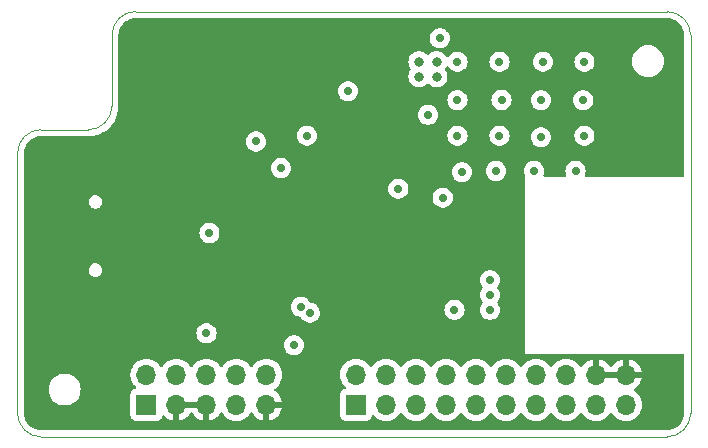
<source format=gbr>
%TF.GenerationSoftware,KiCad,Pcbnew,7.0.9*%
%TF.CreationDate,2024-02-03T21:53:43-08:00*%
%TF.ProjectId,Phorae_v1.0,50686f72-6165-45f7-9631-2e302e6b6963,rev?*%
%TF.SameCoordinates,Original*%
%TF.FileFunction,Copper,L3,Inr*%
%TF.FilePolarity,Positive*%
%FSLAX46Y46*%
G04 Gerber Fmt 4.6, Leading zero omitted, Abs format (unit mm)*
G04 Created by KiCad (PCBNEW 7.0.9) date 2024-02-03 21:53:43*
%MOMM*%
%LPD*%
G01*
G04 APERTURE LIST*
%TA.AperFunction,NonConductor*%
%ADD10C,0.100000*%
%TD*%
%TA.AperFunction,ComponentPad*%
%ADD11R,1.700000X1.700000*%
%TD*%
%TA.AperFunction,ComponentPad*%
%ADD12O,1.700000X1.700000*%
%TD*%
%TA.AperFunction,ViaPad*%
%ADD13C,0.700000*%
%TD*%
%TA.AperFunction,ViaPad*%
%ADD14C,0.800000*%
%TD*%
G04 APERTURE END LIST*
D10*
X50000000Y-67000000D02*
G75*
G03*
X48000000Y-69000000I0J-2000000D01*
G01*
X46000000Y-77000000D02*
X42000000Y-77000000D01*
X42000000Y-77000000D02*
G75*
G03*
X40000000Y-79000000I0J-2000000D01*
G01*
X46000000Y-77000000D02*
G75*
G03*
X48000000Y-75000000I0J2000000D01*
G01*
X97000000Y-69000000D02*
G75*
G03*
X95000000Y-67000000I-2000000J0D01*
G01*
X40000000Y-101000000D02*
G75*
G03*
X42000000Y-103000000I2000000J0D01*
G01*
X95000000Y-67000000D02*
X50000000Y-67000000D01*
X40000000Y-79000000D02*
X40000000Y-101000000D01*
X42000000Y-103000000D02*
X95000000Y-103000000D01*
X95000000Y-103000000D02*
G75*
G03*
X97000000Y-101000000I0J2000000D01*
G01*
X97000000Y-101000000D02*
X97000000Y-69000000D01*
X48000000Y-69000000D02*
X48000000Y-75000000D01*
D11*
%TO.N,MOSI*%
%TO.C,J4*%
X68670000Y-100290000D03*
D12*
%TO.N,Net-(J4-Pin_2)*%
X68670000Y-97750000D03*
%TO.N,MISO*%
X71210000Y-100290000D03*
%TO.N,Net-(J4-Pin_4)*%
X71210000Y-97750000D03*
%TO.N,SCK*%
X73750000Y-100290000D03*
%TO.N,Net-(J4-Pin_6)*%
X73750000Y-97750000D03*
%TO.N,unconnected-(J4-Pin_7-Pad7)*%
X76290000Y-100290000D03*
%TO.N,Net-(J4-Pin_8)*%
X76290000Y-97750000D03*
%TO.N,PROG*%
X78830000Y-100290000D03*
%TO.N,Net-(J4-Pin_10)*%
X78830000Y-97750000D03*
%TO.N,unconnected-(J4-Pin_11-Pad11)*%
X81370000Y-100290000D03*
%TO.N,Net-(J4-Pin_12)*%
X81370000Y-97750000D03*
%TO.N,+BATT*%
X83910000Y-100290000D03*
%TO.N,VBUS*%
X83910000Y-97750000D03*
%TO.N,+BATT*%
X86450000Y-100290000D03*
%TO.N,VBUS*%
X86450000Y-97750000D03*
%TO.N,+3.3V*%
X88990000Y-100290000D03*
%TO.N,GND*%
X88990000Y-97750000D03*
%TO.N,+3.3V*%
X91530000Y-100290000D03*
%TO.N,GND*%
X91530000Y-97750000D03*
%TD*%
D11*
%TO.N,+3.3V*%
%TO.C,J3*%
X50920000Y-100290000D03*
D12*
%TO.N,Net-(J3-Pin_2)*%
X50920000Y-97750000D03*
%TO.N,GND*%
X53460000Y-100290000D03*
%TO.N,Net-(J3-Pin_4)*%
X53460000Y-97750000D03*
%TO.N,GND*%
X56000000Y-100290000D03*
%TO.N,unconnected-(J3-Pin_6-Pad6)*%
X56000000Y-97750000D03*
%TO.N,unconnected-(J3-Pin_7-Pad7)*%
X58540000Y-100290000D03*
%TO.N,unconnected-(J3-Pin_8-Pad8)*%
X58540000Y-97750000D03*
%TO.N,GND*%
X61080000Y-100290000D03*
%TO.N,Net-(J3-Pin_10)*%
X61080000Y-97750000D03*
%TD*%
D13*
%TO.N,VCC*%
X74750000Y-75750000D03*
X83750000Y-80500000D03*
X84309500Y-74500000D03*
X84309500Y-77650500D03*
X80809500Y-71250000D03*
D14*
X75500000Y-72500000D03*
D13*
X77250000Y-71250000D03*
D14*
X74000000Y-71250000D03*
D13*
X77653721Y-80596279D03*
X87250000Y-80500000D03*
X88000000Y-77500000D03*
X80985378Y-74485378D03*
X87909500Y-74500000D03*
X80500000Y-80500000D03*
X84500000Y-71250000D03*
D14*
X74000000Y-72500000D03*
D13*
X88000000Y-71250000D03*
X77250000Y-74500000D03*
D14*
X75500000Y-71250000D03*
D13*
X80809500Y-77500000D03*
X77250000Y-77500000D03*
%TO.N,LED_D*%
X75750000Y-69250000D03*
X56250000Y-85750000D03*
%TO.N,GND*%
X79410500Y-74500000D03*
X79250000Y-77500000D03*
X47750000Y-78750000D03*
X57250000Y-75000000D03*
X74250000Y-74250000D03*
X82750000Y-71500000D03*
X86250000Y-77500000D03*
X89750000Y-77500000D03*
X79210000Y-68400000D03*
X86250000Y-71500000D03*
D14*
X63000000Y-73000000D03*
D13*
X89750000Y-71500000D03*
X66250000Y-77750000D03*
X61500000Y-91900000D03*
X53250000Y-90500000D03*
X69000000Y-79500000D03*
X46500000Y-78750000D03*
X89750000Y-74500000D03*
X54500000Y-80250000D03*
X58250000Y-75000000D03*
X57250000Y-76000000D03*
X79250000Y-71500000D03*
X46250000Y-93250000D03*
X63900000Y-80500000D03*
X74500000Y-85000000D03*
X66750000Y-94000000D03*
X59500000Y-74000000D03*
X89810000Y-68300000D03*
X48000000Y-93250000D03*
X82750000Y-74500000D03*
X86250000Y-74500000D03*
X86310000Y-68300000D03*
X82750000Y-77500000D03*
X58250000Y-76000000D03*
X82710000Y-68400000D03*
%TO.N,VBUS*%
X60187500Y-78000000D03*
%TO.N,+3.3V*%
X72250000Y-82000000D03*
X63400000Y-95250000D03*
X76000000Y-82750000D03*
%TO.N,Net-(J3-Pin_2)*%
X64750000Y-92500000D03*
%TO.N,Net-(J3-Pin_4)*%
X56000000Y-94250000D03*
X64000000Y-92000000D03*
%TO.N,MOSI*%
X80000000Y-91000000D03*
%TO.N,MISO*%
X77000000Y-92250000D03*
X62300000Y-80250000D03*
X80000000Y-92250000D03*
%TO.N,SCK*%
X80000000Y-89750000D03*
%TO.N,PROG*%
X64500000Y-77500000D03*
%TO.N,+BATT*%
X68000000Y-73750000D03*
%TD*%
%TA.AperFunction,Conductor*%
%TO.N,GND*%
G36*
X55540507Y-100080156D02*
G01*
X55500000Y-100218111D01*
X55500000Y-100361889D01*
X55540507Y-100499844D01*
X55566314Y-100540000D01*
X53893686Y-100540000D01*
X53919493Y-100499844D01*
X53960000Y-100361889D01*
X53960000Y-100218111D01*
X53919493Y-100080156D01*
X53893686Y-100040000D01*
X55566314Y-100040000D01*
X55540507Y-100080156D01*
G37*
%TD.AperFunction*%
%TA.AperFunction,Conductor*%
G36*
X91070507Y-97540156D02*
G01*
X91030000Y-97678111D01*
X91030000Y-97821889D01*
X91070507Y-97959844D01*
X91096314Y-98000000D01*
X89423686Y-98000000D01*
X89449493Y-97959844D01*
X89490000Y-97821889D01*
X89490000Y-97678111D01*
X89449493Y-97540156D01*
X89423686Y-97500000D01*
X91096314Y-97500000D01*
X91070507Y-97540156D01*
G37*
%TD.AperFunction*%
%TA.AperFunction,Conductor*%
G36*
X95002426Y-67550691D02*
G01*
X95034677Y-67553229D01*
X95217028Y-67567580D01*
X95236237Y-67570623D01*
X95438437Y-67619167D01*
X95456930Y-67625176D01*
X95614353Y-67690382D01*
X95649044Y-67704752D01*
X95666381Y-67713586D01*
X95843672Y-67822230D01*
X95859414Y-67833667D01*
X96017530Y-67968711D01*
X96031288Y-67982469D01*
X96166332Y-68140585D01*
X96177769Y-68156327D01*
X96286413Y-68333618D01*
X96295247Y-68350955D01*
X96374821Y-68543063D01*
X96380834Y-68561569D01*
X96429375Y-68763757D01*
X96432419Y-68782975D01*
X96449309Y-68997573D01*
X96449500Y-69002440D01*
X96449500Y-80876000D01*
X96429815Y-80943039D01*
X96377011Y-80988794D01*
X96325500Y-81000000D01*
X88152480Y-81000000D01*
X88085441Y-80980315D01*
X88039686Y-80927511D01*
X88029742Y-80858353D01*
X88034549Y-80837682D01*
X88039582Y-80822189D01*
X88086497Y-80677803D01*
X88105185Y-80500000D01*
X88086497Y-80322197D01*
X88031250Y-80152165D01*
X87941859Y-79997335D01*
X87856172Y-79902170D01*
X87822235Y-79864478D01*
X87822232Y-79864476D01*
X87822231Y-79864475D01*
X87822230Y-79864474D01*
X87677593Y-79759388D01*
X87514267Y-79686671D01*
X87514265Y-79686670D01*
X87386594Y-79659533D01*
X87339391Y-79649500D01*
X87160609Y-79649500D01*
X87129954Y-79656015D01*
X86985733Y-79686670D01*
X86985728Y-79686672D01*
X86822408Y-79759387D01*
X86677768Y-79864475D01*
X86558140Y-79997336D01*
X86468750Y-80152164D01*
X86468747Y-80152170D01*
X86413504Y-80322192D01*
X86413503Y-80322194D01*
X86394815Y-80500000D01*
X86413503Y-80677805D01*
X86413504Y-80677807D01*
X86465451Y-80837682D01*
X86467446Y-80907523D01*
X86431366Y-80967356D01*
X86368665Y-80998184D01*
X86347520Y-81000000D01*
X84652480Y-81000000D01*
X84585441Y-80980315D01*
X84539686Y-80927511D01*
X84529742Y-80858353D01*
X84534549Y-80837682D01*
X84539582Y-80822189D01*
X84586497Y-80677803D01*
X84605185Y-80500000D01*
X84586497Y-80322197D01*
X84531250Y-80152165D01*
X84441859Y-79997335D01*
X84356172Y-79902170D01*
X84322235Y-79864478D01*
X84322232Y-79864476D01*
X84322231Y-79864475D01*
X84322230Y-79864474D01*
X84177593Y-79759388D01*
X84014267Y-79686671D01*
X84014265Y-79686670D01*
X83886594Y-79659533D01*
X83839391Y-79649500D01*
X83660609Y-79649500D01*
X83629954Y-79656015D01*
X83485733Y-79686670D01*
X83485728Y-79686672D01*
X83322408Y-79759387D01*
X83177768Y-79864475D01*
X83058140Y-79997336D01*
X82968750Y-80152164D01*
X82968747Y-80152170D01*
X82913504Y-80322192D01*
X82913503Y-80322194D01*
X82894815Y-80500000D01*
X82913503Y-80677805D01*
X82913504Y-80677807D01*
X82968750Y-80847837D01*
X82988310Y-80881717D01*
X83004781Y-80949617D01*
X83000000Y-80963430D01*
X83000000Y-81000000D01*
X83000000Y-96000000D01*
X96325500Y-96000000D01*
X96392539Y-96019685D01*
X96438294Y-96072489D01*
X96449500Y-96124000D01*
X96449500Y-100997559D01*
X96449309Y-101002426D01*
X96432419Y-101217024D01*
X96429375Y-101236242D01*
X96380834Y-101438430D01*
X96374821Y-101456936D01*
X96295247Y-101649044D01*
X96286413Y-101666381D01*
X96177769Y-101843672D01*
X96166332Y-101859414D01*
X96031288Y-102017530D01*
X96017530Y-102031288D01*
X95859414Y-102166332D01*
X95843672Y-102177769D01*
X95666381Y-102286413D01*
X95649044Y-102295247D01*
X95456936Y-102374821D01*
X95438430Y-102380834D01*
X95236242Y-102429375D01*
X95217024Y-102432419D01*
X95002427Y-102449309D01*
X94997560Y-102449500D01*
X42002440Y-102449500D01*
X41997573Y-102449309D01*
X41782975Y-102432419D01*
X41763757Y-102429375D01*
X41561569Y-102380834D01*
X41543063Y-102374821D01*
X41350955Y-102295247D01*
X41333618Y-102286413D01*
X41156327Y-102177769D01*
X41140585Y-102166332D01*
X40982469Y-102031288D01*
X40968711Y-102017530D01*
X40833667Y-101859414D01*
X40822230Y-101843672D01*
X40713586Y-101666381D01*
X40704752Y-101649044D01*
X40669485Y-101563903D01*
X40625176Y-101456930D01*
X40619167Y-101438437D01*
X40570623Y-101236237D01*
X40567580Y-101217024D01*
X40566757Y-101206569D01*
X40550691Y-101002425D01*
X40550500Y-100997559D01*
X40550500Y-99000000D01*
X42644341Y-99000000D01*
X42664936Y-99235403D01*
X42664938Y-99235413D01*
X42726094Y-99463655D01*
X42726096Y-99463659D01*
X42726097Y-99463663D01*
X42776031Y-99570746D01*
X42825964Y-99677828D01*
X42825965Y-99677830D01*
X42961505Y-99871402D01*
X43128597Y-100038494D01*
X43322169Y-100174034D01*
X43322171Y-100174035D01*
X43536337Y-100273903D01*
X43764592Y-100335063D01*
X43941034Y-100350500D01*
X44058966Y-100350500D01*
X44235408Y-100335063D01*
X44463663Y-100273903D01*
X44677829Y-100174035D01*
X44871401Y-100038495D01*
X45038495Y-99871401D01*
X45174035Y-99677830D01*
X45273903Y-99463663D01*
X45335063Y-99235408D01*
X45355659Y-99000000D01*
X45335063Y-98764592D01*
X45273903Y-98536337D01*
X45174035Y-98322171D01*
X45174034Y-98322169D01*
X45038494Y-98128597D01*
X44871402Y-97961505D01*
X44677830Y-97825965D01*
X44677828Y-97825964D01*
X44570746Y-97776031D01*
X44514923Y-97750000D01*
X49564341Y-97750000D01*
X49584936Y-97985403D01*
X49584938Y-97985413D01*
X49646094Y-98213655D01*
X49646096Y-98213659D01*
X49646097Y-98213663D01*
X49726004Y-98385023D01*
X49745965Y-98427830D01*
X49745967Y-98427834D01*
X49821941Y-98536335D01*
X49881501Y-98621396D01*
X49881506Y-98621402D01*
X50003430Y-98743326D01*
X50036915Y-98804649D01*
X50031931Y-98874341D01*
X49990059Y-98930274D01*
X49959083Y-98947189D01*
X49827669Y-98996203D01*
X49827664Y-98996206D01*
X49712455Y-99082452D01*
X49712452Y-99082455D01*
X49626206Y-99197664D01*
X49626202Y-99197671D01*
X49575908Y-99332517D01*
X49569501Y-99392116D01*
X49569500Y-99392135D01*
X49569500Y-101187870D01*
X49569501Y-101187876D01*
X49575908Y-101247483D01*
X49626202Y-101382328D01*
X49626206Y-101382335D01*
X49712452Y-101497544D01*
X49712455Y-101497547D01*
X49827664Y-101583793D01*
X49827671Y-101583797D01*
X49962517Y-101634091D01*
X49962516Y-101634091D01*
X49969444Y-101634835D01*
X50022127Y-101640500D01*
X51817872Y-101640499D01*
X51877483Y-101634091D01*
X52012331Y-101583796D01*
X52127546Y-101497546D01*
X52213796Y-101382331D01*
X52263002Y-101250401D01*
X52304872Y-101194468D01*
X52370337Y-101170050D01*
X52438610Y-101184901D01*
X52466865Y-101206053D01*
X52588917Y-101328105D01*
X52782421Y-101463600D01*
X52996507Y-101563429D01*
X52996516Y-101563433D01*
X53210000Y-101620634D01*
X53210000Y-100725501D01*
X53317685Y-100774680D01*
X53424237Y-100790000D01*
X53495763Y-100790000D01*
X53602315Y-100774680D01*
X53710000Y-100725501D01*
X53710000Y-101620633D01*
X53923483Y-101563433D01*
X53923492Y-101563429D01*
X54137578Y-101463600D01*
X54331082Y-101328105D01*
X54498105Y-101161082D01*
X54628425Y-100974968D01*
X54683002Y-100931344D01*
X54752501Y-100924151D01*
X54814855Y-100955673D01*
X54831575Y-100974968D01*
X54961894Y-101161082D01*
X55128917Y-101328105D01*
X55322421Y-101463600D01*
X55536507Y-101563429D01*
X55536516Y-101563433D01*
X55750000Y-101620634D01*
X55750000Y-100725501D01*
X55857685Y-100774680D01*
X55964237Y-100790000D01*
X56035763Y-100790000D01*
X56142315Y-100774680D01*
X56250000Y-100725501D01*
X56250000Y-101620633D01*
X56463483Y-101563433D01*
X56463492Y-101563429D01*
X56677578Y-101463600D01*
X56871082Y-101328105D01*
X57038105Y-101161082D01*
X57168119Y-100975405D01*
X57222696Y-100931781D01*
X57292195Y-100924588D01*
X57354549Y-100956110D01*
X57371269Y-100975405D01*
X57501505Y-101161401D01*
X57668599Y-101328495D01*
X57765384Y-101396265D01*
X57862165Y-101464032D01*
X57862167Y-101464033D01*
X57862170Y-101464035D01*
X58076337Y-101563903D01*
X58304592Y-101625063D01*
X58481034Y-101640500D01*
X58539999Y-101645659D01*
X58540000Y-101645659D01*
X58540001Y-101645659D01*
X58598966Y-101640500D01*
X58775408Y-101625063D01*
X59003663Y-101563903D01*
X59217830Y-101464035D01*
X59411401Y-101328495D01*
X59578495Y-101161401D01*
X59708730Y-100975405D01*
X59763307Y-100931781D01*
X59832805Y-100924587D01*
X59895160Y-100956110D01*
X59911879Y-100975405D01*
X60041890Y-101161078D01*
X60208917Y-101328105D01*
X60402421Y-101463600D01*
X60616507Y-101563429D01*
X60616516Y-101563433D01*
X60830000Y-101620634D01*
X60830000Y-100725501D01*
X60937685Y-100774680D01*
X61044237Y-100790000D01*
X61115763Y-100790000D01*
X61222315Y-100774680D01*
X61330000Y-100725501D01*
X61330000Y-101620633D01*
X61543483Y-101563433D01*
X61543492Y-101563429D01*
X61757578Y-101463600D01*
X61951082Y-101328105D01*
X62118105Y-101161082D01*
X62253600Y-100967578D01*
X62353429Y-100753492D01*
X62353432Y-100753486D01*
X62410636Y-100540000D01*
X61513686Y-100540000D01*
X61539493Y-100499844D01*
X61580000Y-100361889D01*
X61580000Y-100218111D01*
X61539493Y-100080156D01*
X61513686Y-100040000D01*
X62410636Y-100040000D01*
X62410635Y-100039999D01*
X62353432Y-99826513D01*
X62353429Y-99826507D01*
X62253600Y-99612422D01*
X62253599Y-99612420D01*
X62118113Y-99418926D01*
X62118108Y-99418920D01*
X61951078Y-99251890D01*
X61765405Y-99121879D01*
X61721780Y-99067302D01*
X61714588Y-98997804D01*
X61746110Y-98935449D01*
X61765406Y-98918730D01*
X61766279Y-98918119D01*
X61951401Y-98788495D01*
X62118495Y-98621401D01*
X62254035Y-98427830D01*
X62353903Y-98213663D01*
X62415063Y-97985408D01*
X62435659Y-97750000D01*
X67314341Y-97750000D01*
X67334936Y-97985403D01*
X67334938Y-97985413D01*
X67396094Y-98213655D01*
X67396096Y-98213659D01*
X67396097Y-98213663D01*
X67476004Y-98385023D01*
X67495965Y-98427830D01*
X67495967Y-98427834D01*
X67571941Y-98536335D01*
X67631501Y-98621396D01*
X67631506Y-98621402D01*
X67753430Y-98743326D01*
X67786915Y-98804649D01*
X67781931Y-98874341D01*
X67740059Y-98930274D01*
X67709083Y-98947189D01*
X67577669Y-98996203D01*
X67577664Y-98996206D01*
X67462455Y-99082452D01*
X67462452Y-99082455D01*
X67376206Y-99197664D01*
X67376202Y-99197671D01*
X67325908Y-99332517D01*
X67319501Y-99392116D01*
X67319500Y-99392135D01*
X67319500Y-101187870D01*
X67319501Y-101187876D01*
X67325908Y-101247483D01*
X67376202Y-101382328D01*
X67376206Y-101382335D01*
X67462452Y-101497544D01*
X67462455Y-101497547D01*
X67577664Y-101583793D01*
X67577671Y-101583797D01*
X67712517Y-101634091D01*
X67712516Y-101634091D01*
X67719444Y-101634835D01*
X67772127Y-101640500D01*
X69567872Y-101640499D01*
X69627483Y-101634091D01*
X69762331Y-101583796D01*
X69877546Y-101497546D01*
X69963796Y-101382331D01*
X70012810Y-101250916D01*
X70054681Y-101194984D01*
X70120145Y-101170566D01*
X70188418Y-101185417D01*
X70216673Y-101206569D01*
X70338599Y-101328495D01*
X70435384Y-101396265D01*
X70532165Y-101464032D01*
X70532167Y-101464033D01*
X70532170Y-101464035D01*
X70746337Y-101563903D01*
X70974592Y-101625063D01*
X71151034Y-101640500D01*
X71209999Y-101645659D01*
X71210000Y-101645659D01*
X71210001Y-101645659D01*
X71268966Y-101640500D01*
X71445408Y-101625063D01*
X71673663Y-101563903D01*
X71887830Y-101464035D01*
X72081401Y-101328495D01*
X72248495Y-101161401D01*
X72378425Y-100975842D01*
X72433002Y-100932217D01*
X72502500Y-100925023D01*
X72564855Y-100956546D01*
X72581575Y-100975842D01*
X72711500Y-101161395D01*
X72711505Y-101161401D01*
X72878599Y-101328495D01*
X72975384Y-101396265D01*
X73072165Y-101464032D01*
X73072167Y-101464033D01*
X73072170Y-101464035D01*
X73286337Y-101563903D01*
X73514592Y-101625063D01*
X73691034Y-101640500D01*
X73749999Y-101645659D01*
X73750000Y-101645659D01*
X73750001Y-101645659D01*
X73808966Y-101640500D01*
X73985408Y-101625063D01*
X74213663Y-101563903D01*
X74427830Y-101464035D01*
X74621401Y-101328495D01*
X74788495Y-101161401D01*
X74918425Y-100975842D01*
X74973002Y-100932217D01*
X75042500Y-100925023D01*
X75104855Y-100956546D01*
X75121575Y-100975842D01*
X75251500Y-101161395D01*
X75251505Y-101161401D01*
X75418599Y-101328495D01*
X75515384Y-101396265D01*
X75612165Y-101464032D01*
X75612167Y-101464033D01*
X75612170Y-101464035D01*
X75826337Y-101563903D01*
X76054592Y-101625063D01*
X76231034Y-101640500D01*
X76289999Y-101645659D01*
X76290000Y-101645659D01*
X76290001Y-101645659D01*
X76348966Y-101640500D01*
X76525408Y-101625063D01*
X76753663Y-101563903D01*
X76967830Y-101464035D01*
X77161401Y-101328495D01*
X77328495Y-101161401D01*
X77458425Y-100975842D01*
X77513002Y-100932217D01*
X77582500Y-100925023D01*
X77644855Y-100956546D01*
X77661575Y-100975842D01*
X77791500Y-101161395D01*
X77791505Y-101161401D01*
X77958599Y-101328495D01*
X78055384Y-101396265D01*
X78152165Y-101464032D01*
X78152167Y-101464033D01*
X78152170Y-101464035D01*
X78366337Y-101563903D01*
X78594592Y-101625063D01*
X78771034Y-101640500D01*
X78829999Y-101645659D01*
X78830000Y-101645659D01*
X78830001Y-101645659D01*
X78888966Y-101640500D01*
X79065408Y-101625063D01*
X79293663Y-101563903D01*
X79507830Y-101464035D01*
X79701401Y-101328495D01*
X79868495Y-101161401D01*
X79998425Y-100975842D01*
X80053002Y-100932217D01*
X80122500Y-100925023D01*
X80184855Y-100956546D01*
X80201575Y-100975842D01*
X80331500Y-101161395D01*
X80331505Y-101161401D01*
X80498599Y-101328495D01*
X80595384Y-101396265D01*
X80692165Y-101464032D01*
X80692167Y-101464033D01*
X80692170Y-101464035D01*
X80906337Y-101563903D01*
X81134592Y-101625063D01*
X81311034Y-101640500D01*
X81369999Y-101645659D01*
X81370000Y-101645659D01*
X81370001Y-101645659D01*
X81428966Y-101640500D01*
X81605408Y-101625063D01*
X81833663Y-101563903D01*
X82047830Y-101464035D01*
X82241401Y-101328495D01*
X82408495Y-101161401D01*
X82538425Y-100975842D01*
X82593002Y-100932217D01*
X82662500Y-100925023D01*
X82724855Y-100956546D01*
X82741575Y-100975842D01*
X82871500Y-101161395D01*
X82871505Y-101161401D01*
X83038599Y-101328495D01*
X83135384Y-101396265D01*
X83232165Y-101464032D01*
X83232167Y-101464033D01*
X83232170Y-101464035D01*
X83446337Y-101563903D01*
X83674592Y-101625063D01*
X83851034Y-101640500D01*
X83909999Y-101645659D01*
X83910000Y-101645659D01*
X83910001Y-101645659D01*
X83968966Y-101640500D01*
X84145408Y-101625063D01*
X84373663Y-101563903D01*
X84587830Y-101464035D01*
X84781401Y-101328495D01*
X84948495Y-101161401D01*
X85078425Y-100975842D01*
X85133002Y-100932217D01*
X85202500Y-100925023D01*
X85264855Y-100956546D01*
X85281575Y-100975842D01*
X85411500Y-101161395D01*
X85411505Y-101161401D01*
X85578599Y-101328495D01*
X85675384Y-101396265D01*
X85772165Y-101464032D01*
X85772167Y-101464033D01*
X85772170Y-101464035D01*
X85986337Y-101563903D01*
X86214592Y-101625063D01*
X86391034Y-101640500D01*
X86449999Y-101645659D01*
X86450000Y-101645659D01*
X86450001Y-101645659D01*
X86508966Y-101640500D01*
X86685408Y-101625063D01*
X86913663Y-101563903D01*
X87127830Y-101464035D01*
X87321401Y-101328495D01*
X87488495Y-101161401D01*
X87618425Y-100975842D01*
X87673002Y-100932217D01*
X87742500Y-100925023D01*
X87804855Y-100956546D01*
X87821575Y-100975842D01*
X87951500Y-101161395D01*
X87951505Y-101161401D01*
X88118599Y-101328495D01*
X88215384Y-101396265D01*
X88312165Y-101464032D01*
X88312167Y-101464033D01*
X88312170Y-101464035D01*
X88526337Y-101563903D01*
X88754592Y-101625063D01*
X88931034Y-101640500D01*
X88989999Y-101645659D01*
X88990000Y-101645659D01*
X88990001Y-101645659D01*
X89048966Y-101640500D01*
X89225408Y-101625063D01*
X89453663Y-101563903D01*
X89667830Y-101464035D01*
X89861401Y-101328495D01*
X90028495Y-101161401D01*
X90158425Y-100975842D01*
X90213002Y-100932217D01*
X90282500Y-100925023D01*
X90344855Y-100956546D01*
X90361575Y-100975842D01*
X90491500Y-101161395D01*
X90491505Y-101161401D01*
X90658599Y-101328495D01*
X90755384Y-101396265D01*
X90852165Y-101464032D01*
X90852167Y-101464033D01*
X90852170Y-101464035D01*
X91066337Y-101563903D01*
X91294592Y-101625063D01*
X91471034Y-101640500D01*
X91529999Y-101645659D01*
X91530000Y-101645659D01*
X91530001Y-101645659D01*
X91588966Y-101640500D01*
X91765408Y-101625063D01*
X91993663Y-101563903D01*
X92207830Y-101464035D01*
X92401401Y-101328495D01*
X92568495Y-101161401D01*
X92704035Y-100967830D01*
X92803903Y-100753663D01*
X92865063Y-100525408D01*
X92885659Y-100290000D01*
X92884250Y-100273901D01*
X92868770Y-100096961D01*
X92865063Y-100054592D01*
X92803903Y-99826337D01*
X92704035Y-99612171D01*
X92698731Y-99604595D01*
X92568494Y-99418597D01*
X92401402Y-99251506D01*
X92401401Y-99251505D01*
X92233844Y-99134180D01*
X92215405Y-99121269D01*
X92171781Y-99066692D01*
X92164588Y-98997193D01*
X92196110Y-98934839D01*
X92215405Y-98918119D01*
X92401082Y-98788105D01*
X92568105Y-98621082D01*
X92703600Y-98427578D01*
X92803429Y-98213492D01*
X92803432Y-98213486D01*
X92860636Y-98000000D01*
X91963686Y-98000000D01*
X91989493Y-97959844D01*
X92030000Y-97821889D01*
X92030000Y-97678111D01*
X91989493Y-97540156D01*
X91963686Y-97500000D01*
X92860636Y-97500000D01*
X92860635Y-97499999D01*
X92803432Y-97286513D01*
X92803429Y-97286507D01*
X92703600Y-97072422D01*
X92703599Y-97072420D01*
X92568113Y-96878926D01*
X92568108Y-96878920D01*
X92401082Y-96711894D01*
X92207578Y-96576399D01*
X91993492Y-96476570D01*
X91993486Y-96476567D01*
X91780000Y-96419364D01*
X91780000Y-97314498D01*
X91672315Y-97265320D01*
X91565763Y-97250000D01*
X91494237Y-97250000D01*
X91387685Y-97265320D01*
X91280000Y-97314498D01*
X91280000Y-96419364D01*
X91279999Y-96419364D01*
X91066513Y-96476567D01*
X91066507Y-96476570D01*
X90852422Y-96576399D01*
X90852420Y-96576400D01*
X90658926Y-96711886D01*
X90658920Y-96711891D01*
X90491891Y-96878920D01*
X90491890Y-96878922D01*
X90361575Y-97065031D01*
X90306998Y-97108655D01*
X90237499Y-97115848D01*
X90175145Y-97084326D01*
X90158425Y-97065031D01*
X90028109Y-96878922D01*
X90028108Y-96878920D01*
X89861082Y-96711894D01*
X89667578Y-96576399D01*
X89453492Y-96476570D01*
X89453486Y-96476567D01*
X89240000Y-96419364D01*
X89240000Y-97314498D01*
X89132315Y-97265320D01*
X89025763Y-97250000D01*
X88954237Y-97250000D01*
X88847685Y-97265320D01*
X88740000Y-97314498D01*
X88740000Y-96419364D01*
X88739999Y-96419364D01*
X88526513Y-96476567D01*
X88526507Y-96476570D01*
X88312422Y-96576399D01*
X88312420Y-96576400D01*
X88118926Y-96711886D01*
X88118920Y-96711891D01*
X87951891Y-96878920D01*
X87951890Y-96878922D01*
X87821880Y-97064595D01*
X87767303Y-97108219D01*
X87697804Y-97115412D01*
X87635450Y-97083890D01*
X87618730Y-97064594D01*
X87488494Y-96878597D01*
X87321402Y-96711506D01*
X87321395Y-96711501D01*
X87127834Y-96575967D01*
X87127830Y-96575965D01*
X87127828Y-96575964D01*
X86913663Y-96476097D01*
X86913659Y-96476096D01*
X86913655Y-96476094D01*
X86685413Y-96414938D01*
X86685403Y-96414936D01*
X86450001Y-96394341D01*
X86449999Y-96394341D01*
X86214596Y-96414936D01*
X86214586Y-96414938D01*
X85986344Y-96476094D01*
X85986335Y-96476098D01*
X85772171Y-96575964D01*
X85772169Y-96575965D01*
X85578597Y-96711505D01*
X85411505Y-96878597D01*
X85281575Y-97064158D01*
X85226998Y-97107783D01*
X85157500Y-97114977D01*
X85095145Y-97083454D01*
X85078425Y-97064158D01*
X84948494Y-96878597D01*
X84781402Y-96711506D01*
X84781395Y-96711501D01*
X84587834Y-96575967D01*
X84587830Y-96575965D01*
X84587828Y-96575964D01*
X84373663Y-96476097D01*
X84373659Y-96476096D01*
X84373655Y-96476094D01*
X84145413Y-96414938D01*
X84145403Y-96414936D01*
X83910001Y-96394341D01*
X83909999Y-96394341D01*
X83674596Y-96414936D01*
X83674586Y-96414938D01*
X83446344Y-96476094D01*
X83446335Y-96476098D01*
X83232171Y-96575964D01*
X83232169Y-96575965D01*
X83038597Y-96711505D01*
X82871505Y-96878597D01*
X82741575Y-97064158D01*
X82686998Y-97107783D01*
X82617500Y-97114977D01*
X82555145Y-97083454D01*
X82538425Y-97064158D01*
X82408494Y-96878597D01*
X82241402Y-96711506D01*
X82241395Y-96711501D01*
X82047834Y-96575967D01*
X82047830Y-96575965D01*
X82047828Y-96575964D01*
X81833663Y-96476097D01*
X81833659Y-96476096D01*
X81833655Y-96476094D01*
X81605413Y-96414938D01*
X81605403Y-96414936D01*
X81370001Y-96394341D01*
X81369999Y-96394341D01*
X81134596Y-96414936D01*
X81134586Y-96414938D01*
X80906344Y-96476094D01*
X80906335Y-96476098D01*
X80692171Y-96575964D01*
X80692169Y-96575965D01*
X80498597Y-96711505D01*
X80331505Y-96878597D01*
X80201575Y-97064158D01*
X80146998Y-97107783D01*
X80077500Y-97114977D01*
X80015145Y-97083454D01*
X79998425Y-97064158D01*
X79868494Y-96878597D01*
X79701402Y-96711506D01*
X79701395Y-96711501D01*
X79507834Y-96575967D01*
X79507830Y-96575965D01*
X79507828Y-96575964D01*
X79293663Y-96476097D01*
X79293659Y-96476096D01*
X79293655Y-96476094D01*
X79065413Y-96414938D01*
X79065403Y-96414936D01*
X78830001Y-96394341D01*
X78829999Y-96394341D01*
X78594596Y-96414936D01*
X78594586Y-96414938D01*
X78366344Y-96476094D01*
X78366335Y-96476098D01*
X78152171Y-96575964D01*
X78152169Y-96575965D01*
X77958597Y-96711505D01*
X77791505Y-96878597D01*
X77661575Y-97064158D01*
X77606998Y-97107783D01*
X77537500Y-97114977D01*
X77475145Y-97083454D01*
X77458425Y-97064158D01*
X77328494Y-96878597D01*
X77161402Y-96711506D01*
X77161395Y-96711501D01*
X76967834Y-96575967D01*
X76967830Y-96575965D01*
X76967828Y-96575964D01*
X76753663Y-96476097D01*
X76753659Y-96476096D01*
X76753655Y-96476094D01*
X76525413Y-96414938D01*
X76525403Y-96414936D01*
X76290001Y-96394341D01*
X76289999Y-96394341D01*
X76054596Y-96414936D01*
X76054586Y-96414938D01*
X75826344Y-96476094D01*
X75826335Y-96476098D01*
X75612171Y-96575964D01*
X75612169Y-96575965D01*
X75418597Y-96711505D01*
X75251505Y-96878597D01*
X75121575Y-97064158D01*
X75066998Y-97107783D01*
X74997500Y-97114977D01*
X74935145Y-97083454D01*
X74918425Y-97064158D01*
X74788494Y-96878597D01*
X74621402Y-96711506D01*
X74621395Y-96711501D01*
X74427834Y-96575967D01*
X74427830Y-96575965D01*
X74427828Y-96575964D01*
X74213663Y-96476097D01*
X74213659Y-96476096D01*
X74213655Y-96476094D01*
X73985413Y-96414938D01*
X73985403Y-96414936D01*
X73750001Y-96394341D01*
X73749999Y-96394341D01*
X73514596Y-96414936D01*
X73514586Y-96414938D01*
X73286344Y-96476094D01*
X73286335Y-96476098D01*
X73072171Y-96575964D01*
X73072169Y-96575965D01*
X72878597Y-96711505D01*
X72711505Y-96878597D01*
X72581575Y-97064158D01*
X72526998Y-97107783D01*
X72457500Y-97114977D01*
X72395145Y-97083454D01*
X72378425Y-97064158D01*
X72248494Y-96878597D01*
X72081402Y-96711506D01*
X72081395Y-96711501D01*
X71887834Y-96575967D01*
X71887830Y-96575965D01*
X71887828Y-96575964D01*
X71673663Y-96476097D01*
X71673659Y-96476096D01*
X71673655Y-96476094D01*
X71445413Y-96414938D01*
X71445403Y-96414936D01*
X71210001Y-96394341D01*
X71209999Y-96394341D01*
X70974596Y-96414936D01*
X70974586Y-96414938D01*
X70746344Y-96476094D01*
X70746335Y-96476098D01*
X70532171Y-96575964D01*
X70532169Y-96575965D01*
X70338597Y-96711505D01*
X70171505Y-96878597D01*
X70041575Y-97064158D01*
X69986998Y-97107783D01*
X69917500Y-97114977D01*
X69855145Y-97083454D01*
X69838425Y-97064158D01*
X69708494Y-96878597D01*
X69541402Y-96711506D01*
X69541395Y-96711501D01*
X69347834Y-96575967D01*
X69347830Y-96575965D01*
X69347828Y-96575964D01*
X69133663Y-96476097D01*
X69133659Y-96476096D01*
X69133655Y-96476094D01*
X68905413Y-96414938D01*
X68905403Y-96414936D01*
X68670001Y-96394341D01*
X68669999Y-96394341D01*
X68434596Y-96414936D01*
X68434586Y-96414938D01*
X68206344Y-96476094D01*
X68206335Y-96476098D01*
X67992171Y-96575964D01*
X67992169Y-96575965D01*
X67798597Y-96711505D01*
X67631505Y-96878597D01*
X67495965Y-97072169D01*
X67495964Y-97072171D01*
X67396098Y-97286335D01*
X67396094Y-97286344D01*
X67334938Y-97514586D01*
X67334936Y-97514596D01*
X67314341Y-97749999D01*
X67314341Y-97750000D01*
X62435659Y-97750000D01*
X62415063Y-97514592D01*
X62353903Y-97286337D01*
X62254035Y-97072171D01*
X62248731Y-97064595D01*
X62118494Y-96878597D01*
X61951402Y-96711506D01*
X61951395Y-96711501D01*
X61757834Y-96575967D01*
X61757830Y-96575965D01*
X61757828Y-96575964D01*
X61543663Y-96476097D01*
X61543659Y-96476096D01*
X61543655Y-96476094D01*
X61315413Y-96414938D01*
X61315403Y-96414936D01*
X61080001Y-96394341D01*
X61079999Y-96394341D01*
X60844596Y-96414936D01*
X60844586Y-96414938D01*
X60616344Y-96476094D01*
X60616335Y-96476098D01*
X60402171Y-96575964D01*
X60402169Y-96575965D01*
X60208597Y-96711505D01*
X60041505Y-96878597D01*
X59911575Y-97064158D01*
X59856998Y-97107783D01*
X59787500Y-97114977D01*
X59725145Y-97083454D01*
X59708425Y-97064158D01*
X59578494Y-96878597D01*
X59411402Y-96711506D01*
X59411395Y-96711501D01*
X59217834Y-96575967D01*
X59217830Y-96575965D01*
X59217828Y-96575964D01*
X59003663Y-96476097D01*
X59003659Y-96476096D01*
X59003655Y-96476094D01*
X58775413Y-96414938D01*
X58775403Y-96414936D01*
X58540001Y-96394341D01*
X58539999Y-96394341D01*
X58304596Y-96414936D01*
X58304586Y-96414938D01*
X58076344Y-96476094D01*
X58076335Y-96476098D01*
X57862171Y-96575964D01*
X57862169Y-96575965D01*
X57668597Y-96711505D01*
X57501505Y-96878597D01*
X57371575Y-97064158D01*
X57316998Y-97107783D01*
X57247500Y-97114977D01*
X57185145Y-97083454D01*
X57168425Y-97064158D01*
X57038494Y-96878597D01*
X56871402Y-96711506D01*
X56871395Y-96711501D01*
X56677834Y-96575967D01*
X56677830Y-96575965D01*
X56677828Y-96575964D01*
X56463663Y-96476097D01*
X56463659Y-96476096D01*
X56463655Y-96476094D01*
X56235413Y-96414938D01*
X56235403Y-96414936D01*
X56000001Y-96394341D01*
X55999999Y-96394341D01*
X55764596Y-96414936D01*
X55764586Y-96414938D01*
X55536344Y-96476094D01*
X55536335Y-96476098D01*
X55322171Y-96575964D01*
X55322169Y-96575965D01*
X55128597Y-96711505D01*
X54961505Y-96878597D01*
X54831575Y-97064158D01*
X54776998Y-97107783D01*
X54707500Y-97114977D01*
X54645145Y-97083454D01*
X54628425Y-97064158D01*
X54498494Y-96878597D01*
X54331402Y-96711506D01*
X54331395Y-96711501D01*
X54137834Y-96575967D01*
X54137830Y-96575965D01*
X54137828Y-96575964D01*
X53923663Y-96476097D01*
X53923659Y-96476096D01*
X53923655Y-96476094D01*
X53695413Y-96414938D01*
X53695403Y-96414936D01*
X53460001Y-96394341D01*
X53459999Y-96394341D01*
X53224596Y-96414936D01*
X53224586Y-96414938D01*
X52996344Y-96476094D01*
X52996335Y-96476098D01*
X52782171Y-96575964D01*
X52782169Y-96575965D01*
X52588597Y-96711505D01*
X52421505Y-96878597D01*
X52291575Y-97064158D01*
X52236998Y-97107783D01*
X52167500Y-97114977D01*
X52105145Y-97083454D01*
X52088425Y-97064158D01*
X51958494Y-96878597D01*
X51791402Y-96711506D01*
X51791395Y-96711501D01*
X51597834Y-96575967D01*
X51597830Y-96575965D01*
X51597828Y-96575964D01*
X51383663Y-96476097D01*
X51383659Y-96476096D01*
X51383655Y-96476094D01*
X51155413Y-96414938D01*
X51155403Y-96414936D01*
X50920001Y-96394341D01*
X50919999Y-96394341D01*
X50684596Y-96414936D01*
X50684586Y-96414938D01*
X50456344Y-96476094D01*
X50456335Y-96476098D01*
X50242171Y-96575964D01*
X50242169Y-96575965D01*
X50048597Y-96711505D01*
X49881505Y-96878597D01*
X49745965Y-97072169D01*
X49745964Y-97072171D01*
X49646098Y-97286335D01*
X49646094Y-97286344D01*
X49584938Y-97514586D01*
X49584936Y-97514596D01*
X49564341Y-97749999D01*
X49564341Y-97750000D01*
X44514923Y-97750000D01*
X44463663Y-97726097D01*
X44463659Y-97726096D01*
X44463655Y-97726094D01*
X44235413Y-97664938D01*
X44235403Y-97664936D01*
X44058966Y-97649500D01*
X43941034Y-97649500D01*
X43764596Y-97664936D01*
X43764586Y-97664938D01*
X43536344Y-97726094D01*
X43536335Y-97726098D01*
X43322171Y-97825964D01*
X43322169Y-97825965D01*
X43128597Y-97961505D01*
X42961506Y-98128597D01*
X42961501Y-98128604D01*
X42825967Y-98322165D01*
X42825965Y-98322169D01*
X42726098Y-98536335D01*
X42726094Y-98536344D01*
X42664938Y-98764586D01*
X42664936Y-98764596D01*
X42644341Y-98999999D01*
X42644341Y-99000000D01*
X40550500Y-99000000D01*
X40550500Y-95250000D01*
X62544815Y-95250000D01*
X62563503Y-95427805D01*
X62563504Y-95427807D01*
X62618747Y-95597829D01*
X62618750Y-95597835D01*
X62708141Y-95752665D01*
X62749812Y-95798946D01*
X62827764Y-95885521D01*
X62827767Y-95885523D01*
X62827770Y-95885526D01*
X62972407Y-95990612D01*
X63135733Y-96063329D01*
X63310609Y-96100500D01*
X63310610Y-96100500D01*
X63489389Y-96100500D01*
X63489391Y-96100500D01*
X63664267Y-96063329D01*
X63827593Y-95990612D01*
X63972230Y-95885526D01*
X64091859Y-95752665D01*
X64181250Y-95597835D01*
X64236497Y-95427803D01*
X64255185Y-95250000D01*
X64236497Y-95072197D01*
X64181250Y-94902165D01*
X64091859Y-94747335D01*
X64045003Y-94695296D01*
X63972235Y-94614478D01*
X63972232Y-94614476D01*
X63972231Y-94614475D01*
X63972230Y-94614474D01*
X63827593Y-94509388D01*
X63664267Y-94436671D01*
X63664265Y-94436670D01*
X63536594Y-94409533D01*
X63489391Y-94399500D01*
X63310609Y-94399500D01*
X63279954Y-94406015D01*
X63135733Y-94436670D01*
X63135728Y-94436672D01*
X62972408Y-94509387D01*
X62827768Y-94614475D01*
X62708140Y-94747336D01*
X62618750Y-94902164D01*
X62618747Y-94902170D01*
X62563504Y-95072192D01*
X62563503Y-95072194D01*
X62544815Y-95250000D01*
X40550500Y-95250000D01*
X40550500Y-94250000D01*
X55144815Y-94250000D01*
X55163503Y-94427805D01*
X55163504Y-94427807D01*
X55218747Y-94597829D01*
X55218750Y-94597835D01*
X55308141Y-94752665D01*
X55349812Y-94798946D01*
X55427764Y-94885521D01*
X55427767Y-94885523D01*
X55427770Y-94885526D01*
X55572407Y-94990612D01*
X55735733Y-95063329D01*
X55910609Y-95100500D01*
X55910610Y-95100500D01*
X56089389Y-95100500D01*
X56089391Y-95100500D01*
X56264267Y-95063329D01*
X56427593Y-94990612D01*
X56572230Y-94885526D01*
X56691859Y-94752665D01*
X56781250Y-94597835D01*
X56836497Y-94427803D01*
X56855185Y-94250000D01*
X56836497Y-94072197D01*
X56781250Y-93902165D01*
X56691859Y-93747335D01*
X56645003Y-93695296D01*
X56572235Y-93614478D01*
X56572232Y-93614476D01*
X56572231Y-93614475D01*
X56572230Y-93614474D01*
X56427593Y-93509388D01*
X56264267Y-93436671D01*
X56264265Y-93436670D01*
X56136594Y-93409533D01*
X56089391Y-93399500D01*
X55910609Y-93399500D01*
X55879954Y-93406015D01*
X55735733Y-93436670D01*
X55735728Y-93436672D01*
X55572408Y-93509387D01*
X55427768Y-93614475D01*
X55308140Y-93747336D01*
X55218750Y-93902164D01*
X55218747Y-93902170D01*
X55163504Y-94072192D01*
X55163503Y-94072194D01*
X55144815Y-94250000D01*
X40550500Y-94250000D01*
X40550500Y-92000000D01*
X63144815Y-92000000D01*
X63163503Y-92177805D01*
X63163504Y-92177807D01*
X63218747Y-92347829D01*
X63218750Y-92347835D01*
X63308141Y-92502665D01*
X63349812Y-92548946D01*
X63427764Y-92635521D01*
X63427767Y-92635523D01*
X63427770Y-92635526D01*
X63572407Y-92740612D01*
X63735733Y-92813329D01*
X63910609Y-92850500D01*
X63910610Y-92850500D01*
X63911313Y-92850574D01*
X63911692Y-92850730D01*
X63916966Y-92851851D01*
X63916760Y-92852815D01*
X63975926Y-92877160D01*
X64005734Y-92911894D01*
X64047928Y-92984976D01*
X64058141Y-93002665D01*
X64099812Y-93048946D01*
X64177764Y-93135521D01*
X64177767Y-93135523D01*
X64177770Y-93135526D01*
X64322407Y-93240612D01*
X64485733Y-93313329D01*
X64660609Y-93350500D01*
X64660610Y-93350500D01*
X64839389Y-93350500D01*
X64839391Y-93350500D01*
X65014267Y-93313329D01*
X65177593Y-93240612D01*
X65322230Y-93135526D01*
X65441859Y-93002665D01*
X65531250Y-92847835D01*
X65586497Y-92677803D01*
X65605185Y-92500000D01*
X65586497Y-92322197D01*
X65563039Y-92250000D01*
X76144815Y-92250000D01*
X76163503Y-92427805D01*
X76163504Y-92427807D01*
X76218747Y-92597829D01*
X76218750Y-92597835D01*
X76308141Y-92752665D01*
X76349812Y-92798946D01*
X76427764Y-92885521D01*
X76427767Y-92885523D01*
X76427770Y-92885526D01*
X76572407Y-92990612D01*
X76735733Y-93063329D01*
X76910609Y-93100500D01*
X76910610Y-93100500D01*
X77089389Y-93100500D01*
X77089391Y-93100500D01*
X77264267Y-93063329D01*
X77427593Y-92990612D01*
X77572230Y-92885526D01*
X77691859Y-92752665D01*
X77781250Y-92597835D01*
X77836497Y-92427803D01*
X77855185Y-92250000D01*
X79144815Y-92250000D01*
X79163503Y-92427805D01*
X79163504Y-92427807D01*
X79218747Y-92597829D01*
X79218750Y-92597835D01*
X79308141Y-92752665D01*
X79349812Y-92798946D01*
X79427764Y-92885521D01*
X79427767Y-92885523D01*
X79427770Y-92885526D01*
X79572407Y-92990612D01*
X79735733Y-93063329D01*
X79910609Y-93100500D01*
X79910610Y-93100500D01*
X80089389Y-93100500D01*
X80089391Y-93100500D01*
X80264267Y-93063329D01*
X80427593Y-92990612D01*
X80572230Y-92885526D01*
X80691859Y-92752665D01*
X80781250Y-92597835D01*
X80836497Y-92427803D01*
X80855185Y-92250000D01*
X80836497Y-92072197D01*
X80781250Y-91902165D01*
X80726543Y-91807410D01*
X80691861Y-91747338D01*
X80691860Y-91747337D01*
X80691859Y-91747335D01*
X80656414Y-91707970D01*
X80626186Y-91644981D01*
X80634811Y-91575646D01*
X80656415Y-91542029D01*
X80691859Y-91502665D01*
X80781250Y-91347835D01*
X80836497Y-91177803D01*
X80855185Y-91000000D01*
X80836497Y-90822197D01*
X80781250Y-90652165D01*
X80691859Y-90497335D01*
X80656414Y-90457970D01*
X80626186Y-90394981D01*
X80634811Y-90325646D01*
X80656415Y-90292029D01*
X80691859Y-90252665D01*
X80781250Y-90097835D01*
X80836497Y-89927803D01*
X80855185Y-89750000D01*
X80836497Y-89572197D01*
X80781250Y-89402165D01*
X80691859Y-89247335D01*
X80631440Y-89180233D01*
X80572235Y-89114478D01*
X80572232Y-89114476D01*
X80572231Y-89114475D01*
X80572230Y-89114474D01*
X80427593Y-89009388D01*
X80264267Y-88936671D01*
X80264265Y-88936670D01*
X80136594Y-88909533D01*
X80089391Y-88899500D01*
X79910609Y-88899500D01*
X79879954Y-88906015D01*
X79735733Y-88936670D01*
X79735728Y-88936672D01*
X79572408Y-89009387D01*
X79427768Y-89114475D01*
X79308140Y-89247336D01*
X79218750Y-89402164D01*
X79218747Y-89402170D01*
X79163504Y-89572192D01*
X79163503Y-89572194D01*
X79144815Y-89750000D01*
X79163503Y-89927805D01*
X79163504Y-89927807D01*
X79218747Y-90097829D01*
X79218750Y-90097835D01*
X79308141Y-90252665D01*
X79329504Y-90276391D01*
X79343584Y-90292029D01*
X79373813Y-90355020D01*
X79365187Y-90424356D01*
X79343584Y-90457971D01*
X79308140Y-90497336D01*
X79218750Y-90652164D01*
X79218747Y-90652170D01*
X79163504Y-90822192D01*
X79163503Y-90822194D01*
X79144815Y-91000000D01*
X79163503Y-91177805D01*
X79163504Y-91177807D01*
X79218747Y-91347829D01*
X79218750Y-91347835D01*
X79308141Y-91502665D01*
X79329504Y-91526391D01*
X79343584Y-91542029D01*
X79373813Y-91605020D01*
X79365187Y-91674356D01*
X79343584Y-91707971D01*
X79308140Y-91747336D01*
X79218750Y-91902164D01*
X79218747Y-91902170D01*
X79163504Y-92072192D01*
X79163503Y-92072194D01*
X79144815Y-92250000D01*
X77855185Y-92250000D01*
X77836497Y-92072197D01*
X77781250Y-91902165D01*
X77691859Y-91747335D01*
X77637236Y-91686670D01*
X77572235Y-91614478D01*
X77572232Y-91614476D01*
X77572231Y-91614475D01*
X77572230Y-91614474D01*
X77427593Y-91509388D01*
X77264267Y-91436671D01*
X77264265Y-91436670D01*
X77136594Y-91409533D01*
X77089391Y-91399500D01*
X76910609Y-91399500D01*
X76879954Y-91406015D01*
X76735733Y-91436670D01*
X76735728Y-91436672D01*
X76572408Y-91509387D01*
X76427768Y-91614475D01*
X76308140Y-91747336D01*
X76218750Y-91902164D01*
X76218747Y-91902170D01*
X76163504Y-92072192D01*
X76163503Y-92072194D01*
X76144815Y-92250000D01*
X65563039Y-92250000D01*
X65539581Y-92177805D01*
X65531252Y-92152170D01*
X65531249Y-92152164D01*
X65441859Y-91997335D01*
X65356172Y-91902170D01*
X65322235Y-91864478D01*
X65322232Y-91864476D01*
X65322231Y-91864475D01*
X65322230Y-91864474D01*
X65177593Y-91759388D01*
X65014267Y-91686671D01*
X65014265Y-91686670D01*
X64839387Y-91649499D01*
X64838671Y-91649424D01*
X64838285Y-91649265D01*
X64833034Y-91648149D01*
X64833238Y-91647187D01*
X64774061Y-91622829D01*
X64744265Y-91588105D01*
X64698818Y-91509389D01*
X64691859Y-91497335D01*
X64603768Y-91399500D01*
X64572235Y-91364478D01*
X64572232Y-91364476D01*
X64572231Y-91364475D01*
X64572230Y-91364474D01*
X64427593Y-91259388D01*
X64264267Y-91186671D01*
X64264265Y-91186670D01*
X64136594Y-91159533D01*
X64089391Y-91149500D01*
X63910609Y-91149500D01*
X63879954Y-91156015D01*
X63735733Y-91186670D01*
X63735728Y-91186672D01*
X63572408Y-91259387D01*
X63427768Y-91364475D01*
X63308140Y-91497336D01*
X63218750Y-91652164D01*
X63218747Y-91652170D01*
X63163504Y-91822192D01*
X63163503Y-91822194D01*
X63144815Y-92000000D01*
X40550500Y-92000000D01*
X40550500Y-88890000D01*
X46024534Y-88890000D01*
X46044312Y-89040234D01*
X46044313Y-89040236D01*
X46075063Y-89114474D01*
X46102302Y-89180233D01*
X46194549Y-89300451D01*
X46314767Y-89392698D01*
X46454764Y-89450687D01*
X46567280Y-89465500D01*
X46567287Y-89465500D01*
X46642713Y-89465500D01*
X46642720Y-89465500D01*
X46755236Y-89450687D01*
X46895233Y-89392698D01*
X47015451Y-89300451D01*
X47107698Y-89180233D01*
X47165687Y-89040236D01*
X47185466Y-88890000D01*
X47165687Y-88739764D01*
X47107698Y-88599767D01*
X47015451Y-88479549D01*
X46895233Y-88387302D01*
X46895229Y-88387300D01*
X46831801Y-88361027D01*
X46755236Y-88329313D01*
X46741171Y-88327461D01*
X46642727Y-88314500D01*
X46642720Y-88314500D01*
X46567280Y-88314500D01*
X46567272Y-88314500D01*
X46454764Y-88329313D01*
X46454763Y-88329313D01*
X46314770Y-88387300D01*
X46194549Y-88479549D01*
X46102300Y-88599770D01*
X46044313Y-88739763D01*
X46044312Y-88739765D01*
X46024534Y-88889999D01*
X46024534Y-88890000D01*
X40550500Y-88890000D01*
X40550500Y-85750000D01*
X55394815Y-85750000D01*
X55413503Y-85927805D01*
X55413504Y-85927807D01*
X55468747Y-86097829D01*
X55468750Y-86097835D01*
X55558141Y-86252665D01*
X55599812Y-86298946D01*
X55677764Y-86385521D01*
X55677767Y-86385523D01*
X55677770Y-86385526D01*
X55822407Y-86490612D01*
X55985733Y-86563329D01*
X56160609Y-86600500D01*
X56160610Y-86600500D01*
X56339389Y-86600500D01*
X56339391Y-86600500D01*
X56514267Y-86563329D01*
X56677593Y-86490612D01*
X56822230Y-86385526D01*
X56941859Y-86252665D01*
X57031250Y-86097835D01*
X57086497Y-85927803D01*
X57105185Y-85750000D01*
X57086497Y-85572197D01*
X57031250Y-85402165D01*
X56941859Y-85247335D01*
X56895003Y-85195296D01*
X56822235Y-85114478D01*
X56822232Y-85114476D01*
X56822231Y-85114475D01*
X56822230Y-85114474D01*
X56677593Y-85009388D01*
X56514267Y-84936671D01*
X56514265Y-84936670D01*
X56386594Y-84909533D01*
X56339391Y-84899500D01*
X56160609Y-84899500D01*
X56129954Y-84906015D01*
X55985733Y-84936670D01*
X55985728Y-84936672D01*
X55822408Y-85009387D01*
X55677768Y-85114475D01*
X55558140Y-85247336D01*
X55468750Y-85402164D01*
X55468747Y-85402170D01*
X55413504Y-85572192D01*
X55413503Y-85572194D01*
X55394815Y-85750000D01*
X40550500Y-85750000D01*
X40550500Y-83110000D01*
X46024534Y-83110000D01*
X46044312Y-83260234D01*
X46044313Y-83260236D01*
X46102302Y-83400233D01*
X46194549Y-83520451D01*
X46314767Y-83612698D01*
X46454764Y-83670687D01*
X46567280Y-83685500D01*
X46567287Y-83685500D01*
X46642713Y-83685500D01*
X46642720Y-83685500D01*
X46755236Y-83670687D01*
X46895233Y-83612698D01*
X47015451Y-83520451D01*
X47107698Y-83400233D01*
X47165687Y-83260236D01*
X47185466Y-83110000D01*
X47183864Y-83097835D01*
X47165687Y-82959765D01*
X47165687Y-82959764D01*
X47107698Y-82819767D01*
X47015451Y-82699549D01*
X46895233Y-82607302D01*
X46895229Y-82607300D01*
X46831801Y-82581027D01*
X46755236Y-82549313D01*
X46741171Y-82547461D01*
X46642727Y-82534500D01*
X46642720Y-82534500D01*
X46567280Y-82534500D01*
X46567272Y-82534500D01*
X46454764Y-82549313D01*
X46454763Y-82549313D01*
X46314770Y-82607300D01*
X46314767Y-82607301D01*
X46314767Y-82607302D01*
X46194549Y-82699549D01*
X46155837Y-82750000D01*
X46102300Y-82819770D01*
X46044313Y-82959763D01*
X46044312Y-82959765D01*
X46024534Y-83109999D01*
X46024534Y-83110000D01*
X40550500Y-83110000D01*
X40550500Y-82000000D01*
X71394815Y-82000000D01*
X71413503Y-82177805D01*
X71413504Y-82177807D01*
X71468747Y-82347829D01*
X71468750Y-82347835D01*
X71558141Y-82502665D01*
X71599812Y-82548946D01*
X71677764Y-82635521D01*
X71677767Y-82635523D01*
X71677770Y-82635526D01*
X71822407Y-82740612D01*
X71985733Y-82813329D01*
X72160609Y-82850500D01*
X72160610Y-82850500D01*
X72339389Y-82850500D01*
X72339391Y-82850500D01*
X72514267Y-82813329D01*
X72656507Y-82750000D01*
X75144815Y-82750000D01*
X75163503Y-82927805D01*
X75163504Y-82927807D01*
X75218747Y-83097829D01*
X75218750Y-83097835D01*
X75308141Y-83252665D01*
X75349812Y-83298946D01*
X75427764Y-83385521D01*
X75427767Y-83385523D01*
X75427770Y-83385526D01*
X75572407Y-83490612D01*
X75735733Y-83563329D01*
X75910609Y-83600500D01*
X75910610Y-83600500D01*
X76089389Y-83600500D01*
X76089391Y-83600500D01*
X76264267Y-83563329D01*
X76427593Y-83490612D01*
X76572230Y-83385526D01*
X76691859Y-83252665D01*
X76781250Y-83097835D01*
X76836497Y-82927803D01*
X76855185Y-82750000D01*
X76836497Y-82572197D01*
X76781250Y-82402165D01*
X76691859Y-82247335D01*
X76645003Y-82195296D01*
X76572235Y-82114478D01*
X76572232Y-82114476D01*
X76572231Y-82114475D01*
X76572230Y-82114474D01*
X76427593Y-82009388D01*
X76264267Y-81936671D01*
X76264265Y-81936670D01*
X76136594Y-81909533D01*
X76089391Y-81899500D01*
X75910609Y-81899500D01*
X75879954Y-81906015D01*
X75735733Y-81936670D01*
X75735728Y-81936672D01*
X75572408Y-82009387D01*
X75427768Y-82114475D01*
X75308140Y-82247336D01*
X75218750Y-82402164D01*
X75218747Y-82402170D01*
X75163504Y-82572192D01*
X75163503Y-82572194D01*
X75144815Y-82750000D01*
X72656507Y-82750000D01*
X72677593Y-82740612D01*
X72822230Y-82635526D01*
X72941859Y-82502665D01*
X73031250Y-82347835D01*
X73086497Y-82177803D01*
X73105185Y-82000000D01*
X73086497Y-81822197D01*
X73031250Y-81652165D01*
X72941859Y-81497335D01*
X72895003Y-81445296D01*
X72822235Y-81364478D01*
X72822232Y-81364476D01*
X72822231Y-81364475D01*
X72822230Y-81364474D01*
X72677593Y-81259388D01*
X72514267Y-81186671D01*
X72514265Y-81186670D01*
X72386594Y-81159533D01*
X72339391Y-81149500D01*
X72160609Y-81149500D01*
X72129954Y-81156015D01*
X71985733Y-81186670D01*
X71985728Y-81186672D01*
X71822408Y-81259387D01*
X71677768Y-81364475D01*
X71558140Y-81497336D01*
X71468750Y-81652164D01*
X71468747Y-81652170D01*
X71413504Y-81822192D01*
X71413503Y-81822194D01*
X71394815Y-82000000D01*
X40550500Y-82000000D01*
X40550500Y-80250000D01*
X61444815Y-80250000D01*
X61463503Y-80427805D01*
X61463504Y-80427807D01*
X61518747Y-80597829D01*
X61518750Y-80597835D01*
X61608141Y-80752665D01*
X61627425Y-80774082D01*
X61727764Y-80885521D01*
X61727767Y-80885523D01*
X61727770Y-80885526D01*
X61872407Y-80990612D01*
X62035733Y-81063329D01*
X62210609Y-81100500D01*
X62210610Y-81100500D01*
X62389389Y-81100500D01*
X62389391Y-81100500D01*
X62564267Y-81063329D01*
X62727593Y-80990612D01*
X62872230Y-80885526D01*
X62880808Y-80876000D01*
X62906167Y-80847835D01*
X62991859Y-80752665D01*
X63081250Y-80597835D01*
X63081756Y-80596279D01*
X76798536Y-80596279D01*
X76817224Y-80774084D01*
X76817225Y-80774086D01*
X76872468Y-80944108D01*
X76872471Y-80944114D01*
X76961862Y-81098944D01*
X76994796Y-81135521D01*
X77081485Y-81231800D01*
X77081488Y-81231802D01*
X77081491Y-81231805D01*
X77226128Y-81336891D01*
X77389454Y-81409608D01*
X77564330Y-81446779D01*
X77564331Y-81446779D01*
X77743110Y-81446779D01*
X77743112Y-81446779D01*
X77917988Y-81409608D01*
X78081314Y-81336891D01*
X78225951Y-81231805D01*
X78345580Y-81098944D01*
X78434971Y-80944114D01*
X78490218Y-80774082D01*
X78508906Y-80596279D01*
X78498787Y-80500000D01*
X79644815Y-80500000D01*
X79663503Y-80677805D01*
X79663504Y-80677807D01*
X79718747Y-80847829D01*
X79718750Y-80847835D01*
X79808141Y-81002665D01*
X79849812Y-81048946D01*
X79927764Y-81135521D01*
X79927767Y-81135523D01*
X79927770Y-81135526D01*
X80072407Y-81240612D01*
X80235733Y-81313329D01*
X80410609Y-81350500D01*
X80410610Y-81350500D01*
X80589389Y-81350500D01*
X80589391Y-81350500D01*
X80764267Y-81313329D01*
X80927593Y-81240612D01*
X81072230Y-81135526D01*
X81191859Y-81002665D01*
X81281250Y-80847835D01*
X81336497Y-80677803D01*
X81355185Y-80500000D01*
X81336497Y-80322197D01*
X81281250Y-80152165D01*
X81191859Y-79997335D01*
X81106172Y-79902170D01*
X81072235Y-79864478D01*
X81072232Y-79864476D01*
X81072231Y-79864475D01*
X81072230Y-79864474D01*
X80927593Y-79759388D01*
X80764267Y-79686671D01*
X80764265Y-79686670D01*
X80636594Y-79659533D01*
X80589391Y-79649500D01*
X80410609Y-79649500D01*
X80379954Y-79656015D01*
X80235733Y-79686670D01*
X80235728Y-79686672D01*
X80072408Y-79759387D01*
X79927768Y-79864475D01*
X79808140Y-79997336D01*
X79718750Y-80152164D01*
X79718747Y-80152170D01*
X79663504Y-80322192D01*
X79663503Y-80322194D01*
X79644815Y-80500000D01*
X78498787Y-80500000D01*
X78490218Y-80418476D01*
X78434971Y-80248444D01*
X78345580Y-80093614D01*
X78258890Y-79997335D01*
X78225956Y-79960757D01*
X78225953Y-79960755D01*
X78225952Y-79960754D01*
X78225951Y-79960753D01*
X78081314Y-79855667D01*
X77917988Y-79782950D01*
X77917986Y-79782949D01*
X77790315Y-79755812D01*
X77743112Y-79745779D01*
X77564330Y-79745779D01*
X77533675Y-79752294D01*
X77389454Y-79782949D01*
X77389449Y-79782951D01*
X77226129Y-79855666D01*
X77081489Y-79960754D01*
X76961861Y-80093615D01*
X76872471Y-80248443D01*
X76872468Y-80248449D01*
X76817225Y-80418471D01*
X76817224Y-80418473D01*
X76798536Y-80596279D01*
X63081756Y-80596279D01*
X63136497Y-80427803D01*
X63155185Y-80250000D01*
X63136497Y-80072197D01*
X63100287Y-79960754D01*
X63081252Y-79902170D01*
X63081249Y-79902164D01*
X63059490Y-79864476D01*
X62991859Y-79747335D01*
X62903768Y-79649500D01*
X62872235Y-79614478D01*
X62872232Y-79614476D01*
X62872231Y-79614475D01*
X62872230Y-79614474D01*
X62727593Y-79509388D01*
X62564267Y-79436671D01*
X62564265Y-79436670D01*
X62436594Y-79409533D01*
X62389391Y-79399500D01*
X62210609Y-79399500D01*
X62179954Y-79406015D01*
X62035733Y-79436670D01*
X62035728Y-79436672D01*
X61872408Y-79509387D01*
X61727768Y-79614475D01*
X61608140Y-79747336D01*
X61518750Y-79902164D01*
X61518747Y-79902170D01*
X61463504Y-80072192D01*
X61463503Y-80072194D01*
X61444815Y-80250000D01*
X40550500Y-80250000D01*
X40550500Y-79002440D01*
X40550691Y-78997574D01*
X40562266Y-78850500D01*
X40567580Y-78782969D01*
X40570622Y-78763764D01*
X40619168Y-78561558D01*
X40625174Y-78543073D01*
X40704753Y-78350951D01*
X40713586Y-78333618D01*
X40738589Y-78292818D01*
X40822231Y-78156324D01*
X40833667Y-78140585D01*
X40837988Y-78135526D01*
X40953738Y-78000000D01*
X59332315Y-78000000D01*
X59351003Y-78177805D01*
X59351004Y-78177807D01*
X59406247Y-78347829D01*
X59406250Y-78347835D01*
X59495641Y-78502665D01*
X59532016Y-78543063D01*
X59615264Y-78635521D01*
X59615267Y-78635523D01*
X59615270Y-78635526D01*
X59759907Y-78740612D01*
X59923233Y-78813329D01*
X60098109Y-78850500D01*
X60098110Y-78850500D01*
X60276889Y-78850500D01*
X60276891Y-78850500D01*
X60451767Y-78813329D01*
X60615093Y-78740612D01*
X60759730Y-78635526D01*
X60879359Y-78502665D01*
X60968750Y-78347835D01*
X61023997Y-78177803D01*
X61042685Y-78000000D01*
X61023997Y-77822197D01*
X60977081Y-77677805D01*
X60968752Y-77652170D01*
X60968749Y-77652164D01*
X60880898Y-77500000D01*
X63644815Y-77500000D01*
X63663503Y-77677805D01*
X63663504Y-77677807D01*
X63718747Y-77847829D01*
X63718750Y-77847835D01*
X63808141Y-78002665D01*
X63825936Y-78022428D01*
X63927764Y-78135521D01*
X63927767Y-78135523D01*
X63927770Y-78135526D01*
X64072407Y-78240612D01*
X64235733Y-78313329D01*
X64410609Y-78350500D01*
X64410610Y-78350500D01*
X64589389Y-78350500D01*
X64589391Y-78350500D01*
X64764267Y-78313329D01*
X64927593Y-78240612D01*
X65072230Y-78135526D01*
X65191859Y-78002665D01*
X65281250Y-77847835D01*
X65336497Y-77677803D01*
X65355185Y-77500000D01*
X76394815Y-77500000D01*
X76413503Y-77677805D01*
X76413504Y-77677807D01*
X76468747Y-77847829D01*
X76468750Y-77847835D01*
X76558141Y-78002665D01*
X76575936Y-78022428D01*
X76677764Y-78135521D01*
X76677767Y-78135523D01*
X76677770Y-78135526D01*
X76822407Y-78240612D01*
X76985733Y-78313329D01*
X77160609Y-78350500D01*
X77160610Y-78350500D01*
X77339389Y-78350500D01*
X77339391Y-78350500D01*
X77514267Y-78313329D01*
X77677593Y-78240612D01*
X77822230Y-78135526D01*
X77941859Y-78002665D01*
X78031250Y-77847835D01*
X78086497Y-77677803D01*
X78105185Y-77500000D01*
X79954315Y-77500000D01*
X79973003Y-77677805D01*
X79973004Y-77677807D01*
X80028247Y-77847829D01*
X80028250Y-77847835D01*
X80117641Y-78002665D01*
X80135436Y-78022428D01*
X80237264Y-78135521D01*
X80237267Y-78135523D01*
X80237270Y-78135526D01*
X80381907Y-78240612D01*
X80545233Y-78313329D01*
X80720109Y-78350500D01*
X80720110Y-78350500D01*
X80898889Y-78350500D01*
X80898891Y-78350500D01*
X81073767Y-78313329D01*
X81237093Y-78240612D01*
X81381730Y-78135526D01*
X81501359Y-78002665D01*
X81590750Y-77847835D01*
X81645997Y-77677803D01*
X81648867Y-77650500D01*
X83454315Y-77650500D01*
X83473003Y-77828305D01*
X83473004Y-77828307D01*
X83528247Y-77998329D01*
X83528250Y-77998335D01*
X83617641Y-78153165D01*
X83639827Y-78177805D01*
X83737264Y-78286021D01*
X83737267Y-78286023D01*
X83737270Y-78286026D01*
X83881907Y-78391112D01*
X84045233Y-78463829D01*
X84220109Y-78501000D01*
X84220110Y-78501000D01*
X84398889Y-78501000D01*
X84398891Y-78501000D01*
X84573767Y-78463829D01*
X84737093Y-78391112D01*
X84881730Y-78286026D01*
X85001359Y-78153165D01*
X85090750Y-77998335D01*
X85145997Y-77828303D01*
X85164685Y-77650500D01*
X85148867Y-77500000D01*
X87144815Y-77500000D01*
X87163503Y-77677805D01*
X87163504Y-77677807D01*
X87218747Y-77847829D01*
X87218750Y-77847835D01*
X87308141Y-78002665D01*
X87325936Y-78022428D01*
X87427764Y-78135521D01*
X87427767Y-78135523D01*
X87427770Y-78135526D01*
X87572407Y-78240612D01*
X87735733Y-78313329D01*
X87910609Y-78350500D01*
X87910610Y-78350500D01*
X88089389Y-78350500D01*
X88089391Y-78350500D01*
X88264267Y-78313329D01*
X88427593Y-78240612D01*
X88572230Y-78135526D01*
X88691859Y-78002665D01*
X88781250Y-77847835D01*
X88836497Y-77677803D01*
X88855185Y-77500000D01*
X88836497Y-77322197D01*
X88792462Y-77186671D01*
X88781252Y-77152170D01*
X88781249Y-77152164D01*
X88779711Y-77149500D01*
X88691859Y-76997335D01*
X88645003Y-76945296D01*
X88572235Y-76864478D01*
X88572232Y-76864476D01*
X88572231Y-76864475D01*
X88572230Y-76864474D01*
X88427593Y-76759388D01*
X88264267Y-76686671D01*
X88264265Y-76686670D01*
X88136594Y-76659533D01*
X88089391Y-76649500D01*
X87910609Y-76649500D01*
X87879954Y-76656015D01*
X87735733Y-76686670D01*
X87735728Y-76686672D01*
X87572408Y-76759387D01*
X87427768Y-76864475D01*
X87308140Y-76997336D01*
X87218750Y-77152164D01*
X87218747Y-77152170D01*
X87163504Y-77322192D01*
X87163503Y-77322194D01*
X87144815Y-77500000D01*
X85148867Y-77500000D01*
X85145997Y-77472697D01*
X85109402Y-77360070D01*
X85090752Y-77302670D01*
X85090749Y-77302664D01*
X85087944Y-77297805D01*
X85001359Y-77147835D01*
X84943311Y-77083366D01*
X84881735Y-77014978D01*
X84881732Y-77014976D01*
X84881731Y-77014975D01*
X84881730Y-77014974D01*
X84737093Y-76909888D01*
X84573767Y-76837171D01*
X84573765Y-76837170D01*
X84446094Y-76810033D01*
X84398891Y-76800000D01*
X84220109Y-76800000D01*
X84189454Y-76806515D01*
X84045233Y-76837170D01*
X84045228Y-76837172D01*
X83881908Y-76909887D01*
X83737268Y-77014975D01*
X83617640Y-77147836D01*
X83528250Y-77302664D01*
X83528247Y-77302670D01*
X83473004Y-77472692D01*
X83473003Y-77472694D01*
X83454315Y-77650500D01*
X81648867Y-77650500D01*
X81664685Y-77500000D01*
X81645997Y-77322197D01*
X81601962Y-77186671D01*
X81590752Y-77152170D01*
X81590749Y-77152164D01*
X81589211Y-77149500D01*
X81501359Y-76997335D01*
X81454503Y-76945296D01*
X81381735Y-76864478D01*
X81381732Y-76864476D01*
X81381731Y-76864475D01*
X81381730Y-76864474D01*
X81237093Y-76759388D01*
X81073767Y-76686671D01*
X81073765Y-76686670D01*
X80946094Y-76659533D01*
X80898891Y-76649500D01*
X80720109Y-76649500D01*
X80689454Y-76656015D01*
X80545233Y-76686670D01*
X80545228Y-76686672D01*
X80381908Y-76759387D01*
X80237268Y-76864475D01*
X80117640Y-76997336D01*
X80028250Y-77152164D01*
X80028247Y-77152170D01*
X79973004Y-77322192D01*
X79973003Y-77322194D01*
X79954315Y-77500000D01*
X78105185Y-77500000D01*
X78086497Y-77322197D01*
X78042462Y-77186671D01*
X78031252Y-77152170D01*
X78031249Y-77152164D01*
X78029711Y-77149500D01*
X77941859Y-76997335D01*
X77895003Y-76945296D01*
X77822235Y-76864478D01*
X77822232Y-76864476D01*
X77822231Y-76864475D01*
X77822230Y-76864474D01*
X77677593Y-76759388D01*
X77514267Y-76686671D01*
X77514265Y-76686670D01*
X77386594Y-76659533D01*
X77339391Y-76649500D01*
X77160609Y-76649500D01*
X77129954Y-76656015D01*
X76985733Y-76686670D01*
X76985728Y-76686672D01*
X76822408Y-76759387D01*
X76677768Y-76864475D01*
X76558140Y-76997336D01*
X76468750Y-77152164D01*
X76468747Y-77152170D01*
X76413504Y-77322192D01*
X76413503Y-77322194D01*
X76394815Y-77500000D01*
X65355185Y-77500000D01*
X65336497Y-77322197D01*
X65292462Y-77186671D01*
X65281252Y-77152170D01*
X65281249Y-77152164D01*
X65279711Y-77149500D01*
X65191859Y-76997335D01*
X65145003Y-76945296D01*
X65072235Y-76864478D01*
X65072232Y-76864476D01*
X65072231Y-76864475D01*
X65072230Y-76864474D01*
X64927593Y-76759388D01*
X64764267Y-76686671D01*
X64764265Y-76686670D01*
X64636594Y-76659533D01*
X64589391Y-76649500D01*
X64410609Y-76649500D01*
X64379954Y-76656015D01*
X64235733Y-76686670D01*
X64235728Y-76686672D01*
X64072408Y-76759387D01*
X63927768Y-76864475D01*
X63808140Y-76997336D01*
X63718750Y-77152164D01*
X63718747Y-77152170D01*
X63663504Y-77322192D01*
X63663503Y-77322194D01*
X63644815Y-77500000D01*
X60880898Y-77500000D01*
X60879359Y-77497335D01*
X60832503Y-77445296D01*
X60759735Y-77364478D01*
X60759732Y-77364476D01*
X60759731Y-77364475D01*
X60759730Y-77364474D01*
X60615093Y-77259388D01*
X60451767Y-77186671D01*
X60451765Y-77186670D01*
X60289452Y-77152170D01*
X60276891Y-77149500D01*
X60098109Y-77149500D01*
X60085548Y-77152170D01*
X59923233Y-77186670D01*
X59923228Y-77186672D01*
X59759908Y-77259387D01*
X59615268Y-77364475D01*
X59495640Y-77497336D01*
X59406250Y-77652164D01*
X59406247Y-77652170D01*
X59351004Y-77822192D01*
X59351003Y-77822194D01*
X59332315Y-78000000D01*
X40953738Y-78000000D01*
X40968715Y-77982464D01*
X40982464Y-77968715D01*
X41140587Y-77833665D01*
X41156327Y-77822230D01*
X41250810Y-77764331D01*
X41333621Y-77713584D01*
X41350951Y-77704753D01*
X41543073Y-77625174D01*
X41561558Y-77619168D01*
X41763764Y-77570622D01*
X41782969Y-77567580D01*
X41970150Y-77552849D01*
X41997574Y-77550691D01*
X42002440Y-77550500D01*
X46143236Y-77550500D01*
X46143236Y-77550499D01*
X46348815Y-77527336D01*
X46427891Y-77518427D01*
X46427892Y-77518426D01*
X46427898Y-77518426D01*
X46707182Y-77454682D01*
X46977572Y-77360068D01*
X47235669Y-77235775D01*
X47478227Y-77083366D01*
X47702195Y-76904757D01*
X47904757Y-76702195D01*
X48083366Y-76478227D01*
X48235775Y-76235669D01*
X48360068Y-75977572D01*
X48439699Y-75750000D01*
X73894815Y-75750000D01*
X73913503Y-75927805D01*
X73913504Y-75927807D01*
X73968747Y-76097829D01*
X73968750Y-76097835D01*
X74058141Y-76252665D01*
X74093121Y-76291514D01*
X74177764Y-76385521D01*
X74177767Y-76385523D01*
X74177770Y-76385526D01*
X74322407Y-76490612D01*
X74485733Y-76563329D01*
X74660609Y-76600500D01*
X74660610Y-76600500D01*
X74839389Y-76600500D01*
X74839391Y-76600500D01*
X75014267Y-76563329D01*
X75177593Y-76490612D01*
X75322230Y-76385526D01*
X75441859Y-76252665D01*
X75531250Y-76097835D01*
X75586497Y-75927803D01*
X75605185Y-75750000D01*
X75586497Y-75572197D01*
X75531250Y-75402165D01*
X75441859Y-75247335D01*
X75395003Y-75195296D01*
X75322235Y-75114478D01*
X75322232Y-75114476D01*
X75322231Y-75114475D01*
X75322230Y-75114474D01*
X75177593Y-75009388D01*
X75014267Y-74936671D01*
X75014265Y-74936670D01*
X74886594Y-74909533D01*
X74839391Y-74899500D01*
X74660609Y-74899500D01*
X74629954Y-74906015D01*
X74485733Y-74936670D01*
X74485728Y-74936672D01*
X74322408Y-75009387D01*
X74177768Y-75114475D01*
X74058140Y-75247336D01*
X73968750Y-75402164D01*
X73968747Y-75402170D01*
X73913504Y-75572192D01*
X73913503Y-75572194D01*
X73894815Y-75750000D01*
X48439699Y-75750000D01*
X48454682Y-75707182D01*
X48518426Y-75427898D01*
X48521326Y-75402165D01*
X48538770Y-75247336D01*
X48550500Y-75143233D01*
X48550500Y-75000000D01*
X48550500Y-74933157D01*
X48550500Y-73750000D01*
X67144815Y-73750000D01*
X67163503Y-73927805D01*
X67163504Y-73927807D01*
X67218747Y-74097829D01*
X67218750Y-74097835D01*
X67308141Y-74252665D01*
X67349812Y-74298946D01*
X67427764Y-74385521D01*
X67427767Y-74385523D01*
X67427770Y-74385526D01*
X67572407Y-74490612D01*
X67735733Y-74563329D01*
X67910609Y-74600500D01*
X67910610Y-74600500D01*
X68089389Y-74600500D01*
X68089391Y-74600500D01*
X68264267Y-74563329D01*
X68406507Y-74500000D01*
X76394815Y-74500000D01*
X76413503Y-74677805D01*
X76413504Y-74677807D01*
X76468747Y-74847829D01*
X76468750Y-74847835D01*
X76558141Y-75002665D01*
X76599812Y-75048946D01*
X76677764Y-75135521D01*
X76677767Y-75135523D01*
X76677770Y-75135526D01*
X76822407Y-75240612D01*
X76985733Y-75313329D01*
X77160609Y-75350500D01*
X77160610Y-75350500D01*
X77339389Y-75350500D01*
X77339391Y-75350500D01*
X77514267Y-75313329D01*
X77677593Y-75240612D01*
X77822230Y-75135526D01*
X77835399Y-75120901D01*
X77848148Y-75106741D01*
X77941859Y-75002665D01*
X78031250Y-74847835D01*
X78086497Y-74677803D01*
X78105185Y-74500000D01*
X78103648Y-74485378D01*
X80130193Y-74485378D01*
X80148881Y-74663183D01*
X80148882Y-74663185D01*
X80204125Y-74833207D01*
X80204128Y-74833213D01*
X80293519Y-74988043D01*
X80335190Y-75034324D01*
X80413142Y-75120899D01*
X80413145Y-75120901D01*
X80413148Y-75120904D01*
X80557785Y-75225990D01*
X80721111Y-75298707D01*
X80895987Y-75335878D01*
X80895988Y-75335878D01*
X81074767Y-75335878D01*
X81074769Y-75335878D01*
X81249645Y-75298707D01*
X81412971Y-75225990D01*
X81557608Y-75120904D01*
X81677237Y-74988043D01*
X81766628Y-74833213D01*
X81821875Y-74663181D01*
X81839026Y-74500000D01*
X83454315Y-74500000D01*
X83473003Y-74677805D01*
X83473004Y-74677807D01*
X83528247Y-74847829D01*
X83528250Y-74847835D01*
X83617641Y-75002665D01*
X83659312Y-75048946D01*
X83737264Y-75135521D01*
X83737267Y-75135523D01*
X83737270Y-75135526D01*
X83881907Y-75240612D01*
X84045233Y-75313329D01*
X84220109Y-75350500D01*
X84220110Y-75350500D01*
X84398889Y-75350500D01*
X84398891Y-75350500D01*
X84573767Y-75313329D01*
X84737093Y-75240612D01*
X84881730Y-75135526D01*
X84894899Y-75120901D01*
X84907648Y-75106741D01*
X85001359Y-75002665D01*
X85090750Y-74847835D01*
X85145997Y-74677803D01*
X85164685Y-74500000D01*
X87054315Y-74500000D01*
X87073003Y-74677805D01*
X87073004Y-74677807D01*
X87128247Y-74847829D01*
X87128250Y-74847835D01*
X87217641Y-75002665D01*
X87259312Y-75048946D01*
X87337264Y-75135521D01*
X87337267Y-75135523D01*
X87337270Y-75135526D01*
X87481907Y-75240612D01*
X87645233Y-75313329D01*
X87820109Y-75350500D01*
X87820110Y-75350500D01*
X87998889Y-75350500D01*
X87998891Y-75350500D01*
X88173767Y-75313329D01*
X88337093Y-75240612D01*
X88481730Y-75135526D01*
X88494899Y-75120901D01*
X88507648Y-75106741D01*
X88601359Y-75002665D01*
X88690750Y-74847835D01*
X88745997Y-74677803D01*
X88764685Y-74500000D01*
X88745997Y-74322197D01*
X88690750Y-74152165D01*
X88601359Y-73997335D01*
X88554503Y-73945296D01*
X88481735Y-73864478D01*
X88481732Y-73864476D01*
X88481731Y-73864475D01*
X88481730Y-73864474D01*
X88337093Y-73759388D01*
X88173767Y-73686671D01*
X88173765Y-73686670D01*
X88046094Y-73659533D01*
X87998891Y-73649500D01*
X87820109Y-73649500D01*
X87789454Y-73656015D01*
X87645233Y-73686670D01*
X87645228Y-73686672D01*
X87481908Y-73759387D01*
X87337268Y-73864475D01*
X87217640Y-73997336D01*
X87128250Y-74152164D01*
X87128247Y-74152170D01*
X87073004Y-74322192D01*
X87073003Y-74322194D01*
X87054315Y-74500000D01*
X85164685Y-74500000D01*
X85145997Y-74322197D01*
X85090750Y-74152165D01*
X85001359Y-73997335D01*
X84954503Y-73945296D01*
X84881735Y-73864478D01*
X84881732Y-73864476D01*
X84881731Y-73864475D01*
X84881730Y-73864474D01*
X84737093Y-73759388D01*
X84573767Y-73686671D01*
X84573765Y-73686670D01*
X84446094Y-73659533D01*
X84398891Y-73649500D01*
X84220109Y-73649500D01*
X84189454Y-73656015D01*
X84045233Y-73686670D01*
X84045228Y-73686672D01*
X83881908Y-73759387D01*
X83737268Y-73864475D01*
X83617640Y-73997336D01*
X83528250Y-74152164D01*
X83528247Y-74152170D01*
X83473004Y-74322192D01*
X83473003Y-74322194D01*
X83454315Y-74500000D01*
X81839026Y-74500000D01*
X81840563Y-74485378D01*
X81821875Y-74307575D01*
X81766628Y-74137543D01*
X81677237Y-73982713D01*
X81627796Y-73927803D01*
X81557613Y-73849856D01*
X81557610Y-73849854D01*
X81557609Y-73849853D01*
X81557608Y-73849852D01*
X81412971Y-73744766D01*
X81249645Y-73672049D01*
X81249643Y-73672048D01*
X81121972Y-73644911D01*
X81074769Y-73634878D01*
X80895987Y-73634878D01*
X80865332Y-73641393D01*
X80721111Y-73672048D01*
X80721106Y-73672050D01*
X80557786Y-73744765D01*
X80413146Y-73849853D01*
X80293518Y-73982714D01*
X80204128Y-74137542D01*
X80204125Y-74137548D01*
X80148882Y-74307570D01*
X80148881Y-74307572D01*
X80130193Y-74485378D01*
X78103648Y-74485378D01*
X78086497Y-74322197D01*
X78031250Y-74152165D01*
X77941859Y-73997335D01*
X77895003Y-73945296D01*
X77822235Y-73864478D01*
X77822232Y-73864476D01*
X77822231Y-73864475D01*
X77822230Y-73864474D01*
X77677593Y-73759388D01*
X77514267Y-73686671D01*
X77514265Y-73686670D01*
X77386594Y-73659533D01*
X77339391Y-73649500D01*
X77160609Y-73649500D01*
X77129954Y-73656015D01*
X76985733Y-73686670D01*
X76985728Y-73686672D01*
X76822408Y-73759387D01*
X76677768Y-73864475D01*
X76558140Y-73997336D01*
X76468750Y-74152164D01*
X76468747Y-74152170D01*
X76413504Y-74322192D01*
X76413503Y-74322194D01*
X76394815Y-74500000D01*
X68406507Y-74500000D01*
X68427593Y-74490612D01*
X68572230Y-74385526D01*
X68691859Y-74252665D01*
X68781250Y-74097835D01*
X68836497Y-73927803D01*
X68855185Y-73750000D01*
X68836497Y-73572197D01*
X68781250Y-73402165D01*
X68691859Y-73247335D01*
X68645003Y-73195296D01*
X68572235Y-73114478D01*
X68572232Y-73114476D01*
X68572231Y-73114475D01*
X68572230Y-73114474D01*
X68427593Y-73009388D01*
X68264267Y-72936671D01*
X68264265Y-72936670D01*
X68136594Y-72909533D01*
X68089391Y-72899500D01*
X67910609Y-72899500D01*
X67879954Y-72906015D01*
X67735733Y-72936670D01*
X67735728Y-72936672D01*
X67572408Y-73009387D01*
X67427768Y-73114475D01*
X67308140Y-73247336D01*
X67218750Y-73402164D01*
X67218747Y-73402170D01*
X67163504Y-73572192D01*
X67163503Y-73572194D01*
X67144815Y-73750000D01*
X48550500Y-73750000D01*
X48550500Y-72500000D01*
X73094540Y-72500000D01*
X73114326Y-72688256D01*
X73114327Y-72688259D01*
X73172818Y-72868277D01*
X73172821Y-72868284D01*
X73267467Y-73032216D01*
X73394129Y-73172888D01*
X73547265Y-73284148D01*
X73547270Y-73284151D01*
X73720192Y-73361142D01*
X73720197Y-73361144D01*
X73905354Y-73400500D01*
X73905355Y-73400500D01*
X74094644Y-73400500D01*
X74094646Y-73400500D01*
X74279803Y-73361144D01*
X74452730Y-73284151D01*
X74605871Y-73172888D01*
X74657851Y-73115158D01*
X74717336Y-73078510D01*
X74787193Y-73079840D01*
X74842148Y-73115158D01*
X74894129Y-73172888D01*
X75047265Y-73284148D01*
X75047270Y-73284151D01*
X75220192Y-73361142D01*
X75220197Y-73361144D01*
X75405354Y-73400500D01*
X75405355Y-73400500D01*
X75594644Y-73400500D01*
X75594646Y-73400500D01*
X75779803Y-73361144D01*
X75952730Y-73284151D01*
X76105871Y-73172888D01*
X76232533Y-73032216D01*
X76327179Y-72868284D01*
X76385674Y-72688256D01*
X76405460Y-72500000D01*
X76385674Y-72311744D01*
X76327179Y-72131716D01*
X76232533Y-71967784D01*
X76223698Y-71957972D01*
X76193469Y-71894981D01*
X76202093Y-71825646D01*
X76223699Y-71792027D01*
X76232533Y-71782216D01*
X76296481Y-71671453D01*
X76347046Y-71623240D01*
X76415653Y-71610016D01*
X76480518Y-71635984D01*
X76511254Y-71671455D01*
X76558141Y-71752665D01*
X76599812Y-71798946D01*
X76677764Y-71885521D01*
X76677767Y-71885523D01*
X76677770Y-71885526D01*
X76822407Y-71990612D01*
X76985733Y-72063329D01*
X77160609Y-72100500D01*
X77160610Y-72100500D01*
X77339389Y-72100500D01*
X77339391Y-72100500D01*
X77514267Y-72063329D01*
X77677593Y-71990612D01*
X77822230Y-71885526D01*
X77829161Y-71877829D01*
X77876146Y-71825646D01*
X77941859Y-71752665D01*
X78031250Y-71597835D01*
X78086497Y-71427803D01*
X78105185Y-71250000D01*
X79954315Y-71250000D01*
X79973003Y-71427805D01*
X79973004Y-71427807D01*
X80028247Y-71597829D01*
X80028250Y-71597835D01*
X80117641Y-71752665D01*
X80159312Y-71798946D01*
X80237264Y-71885521D01*
X80237267Y-71885523D01*
X80237270Y-71885526D01*
X80381907Y-71990612D01*
X80545233Y-72063329D01*
X80720109Y-72100500D01*
X80720110Y-72100500D01*
X80898889Y-72100500D01*
X80898891Y-72100500D01*
X81073767Y-72063329D01*
X81237093Y-71990612D01*
X81381730Y-71885526D01*
X81388661Y-71877829D01*
X81435646Y-71825646D01*
X81501359Y-71752665D01*
X81590750Y-71597835D01*
X81645997Y-71427803D01*
X81664685Y-71250000D01*
X83644815Y-71250000D01*
X83663503Y-71427805D01*
X83663504Y-71427807D01*
X83718747Y-71597829D01*
X83718750Y-71597835D01*
X83808141Y-71752665D01*
X83849812Y-71798946D01*
X83927764Y-71885521D01*
X83927767Y-71885523D01*
X83927770Y-71885526D01*
X84072407Y-71990612D01*
X84235733Y-72063329D01*
X84410609Y-72100500D01*
X84410610Y-72100500D01*
X84589389Y-72100500D01*
X84589391Y-72100500D01*
X84764267Y-72063329D01*
X84927593Y-71990612D01*
X85072230Y-71885526D01*
X85079161Y-71877829D01*
X85126146Y-71825646D01*
X85191859Y-71752665D01*
X85281250Y-71597835D01*
X85336497Y-71427803D01*
X85355185Y-71250000D01*
X87144815Y-71250000D01*
X87163503Y-71427805D01*
X87163504Y-71427807D01*
X87218747Y-71597829D01*
X87218750Y-71597835D01*
X87308141Y-71752665D01*
X87349812Y-71798946D01*
X87427764Y-71885521D01*
X87427767Y-71885523D01*
X87427770Y-71885526D01*
X87572407Y-71990612D01*
X87735733Y-72063329D01*
X87910609Y-72100500D01*
X87910610Y-72100500D01*
X88089389Y-72100500D01*
X88089391Y-72100500D01*
X88264267Y-72063329D01*
X88427593Y-71990612D01*
X88572230Y-71885526D01*
X88579161Y-71877829D01*
X88626146Y-71825646D01*
X88691859Y-71752665D01*
X88781250Y-71597835D01*
X88836497Y-71427803D01*
X88855185Y-71250000D01*
X88849930Y-71200000D01*
X92044341Y-71200000D01*
X92064936Y-71435403D01*
X92064938Y-71435413D01*
X92126094Y-71663655D01*
X92126096Y-71663659D01*
X92126097Y-71663663D01*
X92129731Y-71671456D01*
X92225964Y-71877828D01*
X92225965Y-71877830D01*
X92361505Y-72071402D01*
X92528597Y-72238494D01*
X92722169Y-72374034D01*
X92722171Y-72374035D01*
X92936337Y-72473903D01*
X93164592Y-72535063D01*
X93341034Y-72550500D01*
X93458966Y-72550500D01*
X93635408Y-72535063D01*
X93863663Y-72473903D01*
X94077829Y-72374035D01*
X94271401Y-72238495D01*
X94438495Y-72071401D01*
X94574035Y-71877830D01*
X94673903Y-71663663D01*
X94735063Y-71435408D01*
X94755659Y-71200000D01*
X94735063Y-70964592D01*
X94673903Y-70736337D01*
X94574035Y-70522171D01*
X94574034Y-70522169D01*
X94438494Y-70328597D01*
X94271402Y-70161505D01*
X94077830Y-70025965D01*
X94077828Y-70025964D01*
X93970746Y-69976031D01*
X93863663Y-69926097D01*
X93863659Y-69926096D01*
X93863655Y-69926094D01*
X93635413Y-69864938D01*
X93635403Y-69864936D01*
X93458966Y-69849500D01*
X93341034Y-69849500D01*
X93164596Y-69864936D01*
X93164586Y-69864938D01*
X92936344Y-69926094D01*
X92936335Y-69926098D01*
X92722171Y-70025964D01*
X92722169Y-70025965D01*
X92528597Y-70161505D01*
X92361506Y-70328597D01*
X92361501Y-70328604D01*
X92225967Y-70522165D01*
X92225965Y-70522169D01*
X92126098Y-70736335D01*
X92126094Y-70736344D01*
X92064938Y-70964586D01*
X92064936Y-70964596D01*
X92044341Y-71199999D01*
X92044341Y-71200000D01*
X88849930Y-71200000D01*
X88836497Y-71072197D01*
X88781250Y-70902165D01*
X88691859Y-70747335D01*
X88623567Y-70671489D01*
X88572235Y-70614478D01*
X88572232Y-70614476D01*
X88572231Y-70614475D01*
X88572230Y-70614474D01*
X88427593Y-70509388D01*
X88264267Y-70436671D01*
X88264265Y-70436670D01*
X88136594Y-70409533D01*
X88089391Y-70399500D01*
X87910609Y-70399500D01*
X87879954Y-70406015D01*
X87735733Y-70436670D01*
X87735728Y-70436672D01*
X87572408Y-70509387D01*
X87427768Y-70614475D01*
X87308140Y-70747336D01*
X87218750Y-70902164D01*
X87218747Y-70902170D01*
X87163504Y-71072192D01*
X87163503Y-71072194D01*
X87144815Y-71250000D01*
X85355185Y-71250000D01*
X85336497Y-71072197D01*
X85281250Y-70902165D01*
X85191859Y-70747335D01*
X85123567Y-70671489D01*
X85072235Y-70614478D01*
X85072232Y-70614476D01*
X85072231Y-70614475D01*
X85072230Y-70614474D01*
X84927593Y-70509388D01*
X84764267Y-70436671D01*
X84764265Y-70436670D01*
X84636594Y-70409533D01*
X84589391Y-70399500D01*
X84410609Y-70399500D01*
X84379954Y-70406015D01*
X84235733Y-70436670D01*
X84235728Y-70436672D01*
X84072408Y-70509387D01*
X83927768Y-70614475D01*
X83808140Y-70747336D01*
X83718750Y-70902164D01*
X83718747Y-70902170D01*
X83663504Y-71072192D01*
X83663503Y-71072194D01*
X83644815Y-71250000D01*
X81664685Y-71250000D01*
X81645997Y-71072197D01*
X81590750Y-70902165D01*
X81501359Y-70747335D01*
X81433067Y-70671489D01*
X81381735Y-70614478D01*
X81381732Y-70614476D01*
X81381731Y-70614475D01*
X81381730Y-70614474D01*
X81237093Y-70509388D01*
X81073767Y-70436671D01*
X81073765Y-70436670D01*
X80946094Y-70409533D01*
X80898891Y-70399500D01*
X80720109Y-70399500D01*
X80689454Y-70406015D01*
X80545233Y-70436670D01*
X80545228Y-70436672D01*
X80381908Y-70509387D01*
X80237268Y-70614475D01*
X80117640Y-70747336D01*
X80028250Y-70902164D01*
X80028247Y-70902170D01*
X79973004Y-71072192D01*
X79973003Y-71072194D01*
X79954315Y-71250000D01*
X78105185Y-71250000D01*
X78086497Y-71072197D01*
X78031250Y-70902165D01*
X77941859Y-70747335D01*
X77873567Y-70671489D01*
X77822235Y-70614478D01*
X77822232Y-70614476D01*
X77822231Y-70614475D01*
X77822230Y-70614474D01*
X77677593Y-70509388D01*
X77514267Y-70436671D01*
X77514265Y-70436670D01*
X77386594Y-70409533D01*
X77339391Y-70399500D01*
X77160609Y-70399500D01*
X77129954Y-70406015D01*
X76985733Y-70436670D01*
X76985728Y-70436672D01*
X76822408Y-70509387D01*
X76677768Y-70614475D01*
X76558141Y-70747334D01*
X76511254Y-70828545D01*
X76460686Y-70876760D01*
X76392079Y-70889982D01*
X76327215Y-70864014D01*
X76296480Y-70828544D01*
X76232533Y-70717784D01*
X76105871Y-70577112D01*
X76105867Y-70577109D01*
X75952734Y-70465851D01*
X75952729Y-70465848D01*
X75779807Y-70388857D01*
X75779802Y-70388855D01*
X75634001Y-70357865D01*
X75594646Y-70349500D01*
X75405354Y-70349500D01*
X75372897Y-70356398D01*
X75220197Y-70388855D01*
X75220192Y-70388857D01*
X75047270Y-70465848D01*
X75047265Y-70465851D01*
X74894132Y-70577109D01*
X74894129Y-70577111D01*
X74894129Y-70577112D01*
X74842148Y-70634841D01*
X74782663Y-70671489D01*
X74712806Y-70670158D01*
X74657851Y-70634841D01*
X74605871Y-70577112D01*
X74605867Y-70577109D01*
X74452734Y-70465851D01*
X74452729Y-70465848D01*
X74279807Y-70388857D01*
X74279802Y-70388855D01*
X74134001Y-70357865D01*
X74094646Y-70349500D01*
X73905354Y-70349500D01*
X73872897Y-70356398D01*
X73720197Y-70388855D01*
X73720192Y-70388857D01*
X73547270Y-70465848D01*
X73547265Y-70465851D01*
X73394129Y-70577111D01*
X73267466Y-70717785D01*
X73172821Y-70881715D01*
X73172818Y-70881722D01*
X73145891Y-70964596D01*
X73114326Y-71061744D01*
X73094540Y-71250000D01*
X73114326Y-71438256D01*
X73114327Y-71438259D01*
X73172818Y-71618277D01*
X73172821Y-71618284D01*
X73267467Y-71782216D01*
X73273096Y-71788467D01*
X73276304Y-71792031D01*
X73306531Y-71855023D01*
X73297904Y-71924358D01*
X73276304Y-71957969D01*
X73267466Y-71967785D01*
X73172821Y-72131715D01*
X73172818Y-72131722D01*
X73138126Y-72238495D01*
X73114326Y-72311744D01*
X73094540Y-72500000D01*
X48550500Y-72500000D01*
X48550500Y-69250000D01*
X74894815Y-69250000D01*
X74913503Y-69427805D01*
X74913504Y-69427807D01*
X74968747Y-69597829D01*
X74968750Y-69597835D01*
X75058141Y-69752665D01*
X75099812Y-69798946D01*
X75177764Y-69885521D01*
X75177767Y-69885523D01*
X75177770Y-69885526D01*
X75322407Y-69990612D01*
X75485733Y-70063329D01*
X75660609Y-70100500D01*
X75660610Y-70100500D01*
X75839389Y-70100500D01*
X75839391Y-70100500D01*
X76014267Y-70063329D01*
X76177593Y-69990612D01*
X76322230Y-69885526D01*
X76340769Y-69864937D01*
X76354668Y-69849500D01*
X76441859Y-69752665D01*
X76531250Y-69597835D01*
X76586497Y-69427803D01*
X76605185Y-69250000D01*
X76586497Y-69072197D01*
X76531250Y-68902165D01*
X76441859Y-68747335D01*
X76395003Y-68695296D01*
X76322235Y-68614478D01*
X76322232Y-68614476D01*
X76322231Y-68614475D01*
X76322230Y-68614474D01*
X76177593Y-68509388D01*
X76014267Y-68436671D01*
X76014265Y-68436670D01*
X75886594Y-68409533D01*
X75839391Y-68399500D01*
X75660609Y-68399500D01*
X75629954Y-68406015D01*
X75485733Y-68436670D01*
X75485728Y-68436672D01*
X75322408Y-68509387D01*
X75177768Y-68614475D01*
X75058140Y-68747336D01*
X74968750Y-68902164D01*
X74968747Y-68902170D01*
X74913504Y-69072192D01*
X74913503Y-69072194D01*
X74894815Y-69250000D01*
X48550500Y-69250000D01*
X48550500Y-69002440D01*
X48550691Y-68997574D01*
X48567580Y-68782975D01*
X48570622Y-68763764D01*
X48619168Y-68561558D01*
X48625174Y-68543073D01*
X48704753Y-68350951D01*
X48713586Y-68333618D01*
X48738589Y-68292818D01*
X48822231Y-68156324D01*
X48833667Y-68140585D01*
X48934583Y-68022428D01*
X48968715Y-67982464D01*
X48982464Y-67968715D01*
X49140587Y-67833665D01*
X49156327Y-67822230D01*
X49250810Y-67764331D01*
X49333621Y-67713584D01*
X49350951Y-67704753D01*
X49543073Y-67625174D01*
X49561558Y-67619168D01*
X49763764Y-67570622D01*
X49782969Y-67567580D01*
X49970150Y-67552849D01*
X49997574Y-67550691D01*
X50002440Y-67550500D01*
X50066843Y-67550500D01*
X94933157Y-67550500D01*
X94997560Y-67550500D01*
X95002426Y-67550691D01*
G37*
%TD.AperFunction*%
%TD*%
M02*

</source>
